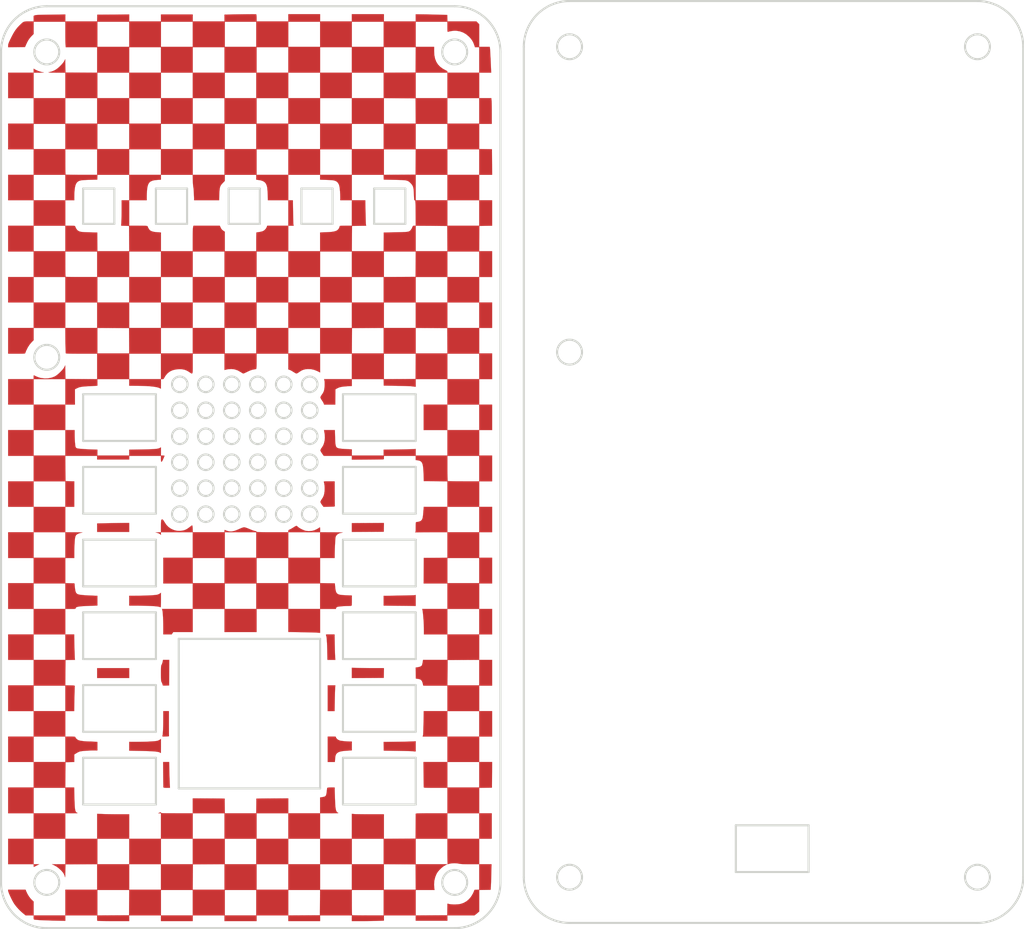
<source format=kicad_pcb>
(kicad_pcb (version 20171130) (host pcbnew 5.1.9)

  (general
    (thickness 1.6)
    (drawings 138)
    (tracks 0)
    (zones 0)
    (modules 1)
    (nets 1)
  )

  (page A4)
  (layers
    (0 F.Cu signal)
    (31 B.Cu signal)
    (32 B.Adhes user)
    (33 F.Adhes user)
    (34 B.Paste user)
    (35 F.Paste user)
    (36 B.SilkS user)
    (37 F.SilkS user)
    (38 B.Mask user)
    (39 F.Mask user)
    (40 Dwgs.User user)
    (41 Cmts.User user)
    (42 Eco1.User user)
    (43 Eco2.User user)
    (44 Edge.Cuts user)
    (45 Margin user)
    (46 B.CrtYd user)
    (47 F.CrtYd user)
    (48 B.Fab user)
    (49 F.Fab user)
  )

  (setup
    (last_trace_width 0.25)
    (trace_clearance 0.2)
    (zone_clearance 0.508)
    (zone_45_only no)
    (trace_min 0.2)
    (via_size 0.8)
    (via_drill 0.4)
    (via_min_size 0.4)
    (via_min_drill 0.3)
    (uvia_size 0.3)
    (uvia_drill 0.1)
    (uvias_allowed no)
    (uvia_min_size 0.2)
    (uvia_min_drill 0.1)
    (edge_width 0.05)
    (segment_width 0.2)
    (pcb_text_width 0.3)
    (pcb_text_size 1.5 1.5)
    (mod_edge_width 0.12)
    (mod_text_size 1 1)
    (mod_text_width 0.15)
    (pad_size 1.524 1.524)
    (pad_drill 0.762)
    (pad_to_mask_clearance 0)
    (aux_axis_origin 0 0)
    (visible_elements FFFFFF7F)
    (pcbplotparams
      (layerselection 0x010fc_ffffffff)
      (usegerberextensions false)
      (usegerberattributes true)
      (usegerberadvancedattributes true)
      (creategerberjobfile true)
      (excludeedgelayer true)
      (linewidth 0.100000)
      (plotframeref false)
      (viasonmask false)
      (mode 1)
      (useauxorigin false)
      (hpglpennumber 1)
      (hpglpenspeed 20)
      (hpglpendiameter 15.000000)
      (psnegative false)
      (psa4output false)
      (plotreference true)
      (plotvalue true)
      (plotinvisibletext false)
      (padsonsilk false)
      (subtractmaskfromsilk false)
      (outputformat 1)
      (mirror false)
      (drillshape 1)
      (scaleselection 1)
      (outputdirectory ""))
  )

  (net 0 "")

  (net_class Default "This is the default net class."
    (clearance 0.2)
    (trace_width 0.25)
    (via_dia 0.8)
    (via_drill 0.4)
    (uvia_dia 0.3)
    (uvia_drill 0.1)
  )

  (module local:case (layer F.Cu) (tedit 0) (tstamp 60888B3C)
    (at 59.25 70.5)
    (fp_text reference G*** (at 0 0) (layer F.SilkS) hide
      (effects (font (size 1.524 1.524) (thickness 0.3)))
    )
    (fp_text value LOGO (at 0.75 0) (layer F.Cu) hide
      (effects (font (size 1.524 1.524) (thickness 0.3)))
    )
    (fp_poly (pts (xy 23.220699 39.158334) (xy 23.213932 39.415229) (xy 23.206477 39.665185) (xy 23.198726 39.897271)
      (xy 23.19107 40.100559) (xy 23.183901 40.26412) (xy 23.17761 40.377024) (xy 23.176555 40.39173)
      (xy 23.156015 40.662281) (xy 22.057895 40.679699) (xy 22.057895 42.749063) (xy 21.941321 42.851537)
      (xy 21.841245 42.936369) (xy 21.736089 43.020993) (xy 21.710557 43.040656) (xy 21.596366 43.127302)
      (xy 20.299311 43.128188) (xy 19.002256 43.129073) (xy 19.002256 43.638346) (xy 15.946617 43.638346)
      (xy 15.946617 43.12969) (xy 18.986341 43.113158) (xy 18.995015 42.552529) (xy 19.003689 41.991899)
      (xy 19.185992 42.034801) (xy 19.351917 42.06092) (xy 19.557852 42.074157) (xy 19.781482 42.074604)
      (xy 20.000494 42.062349) (xy 20.192572 42.037483) (xy 20.227694 42.030605) (xy 20.534895 41.934222)
      (xy 20.814425 41.781717) (xy 21.06361 41.575513) (xy 21.279774 41.318035) (xy 21.460242 41.011706)
      (xy 21.533835 40.846964) (xy 21.608783 40.662281) (xy 22.057895 40.643577) (xy 22.057895 38.195489)
      (xy 23.244305 38.195489) (xy 23.220699 39.158334)) (layer F.Cu) (width 0.01))
    (fp_poly (pts (xy -21.518448 40.829386) (xy -21.411633 41.055504) (xy -21.278053 41.278501) (xy -21.130988 41.478265)
      (xy -20.990975 41.628119) (xy -20.816541 41.787542) (xy -20.816541 43.129073) (xy -21.576281 43.129073)
      (xy -21.80913 42.943604) (xy -22.02798 42.753762) (xy -22.249988 42.533581) (xy -22.457519 42.301943)
      (xy -22.632938 42.077731) (xy -22.676712 42.014669) (xy -22.753985 41.889867) (xy -22.840586 41.734352)
      (xy -22.931237 41.559438) (xy -23.020659 41.376444) (xy -23.103576 41.196685) (xy -23.174708 41.031478)
      (xy -23.228778 40.89214) (xy -23.260507 40.789987) (xy -23.26665 40.749812) (xy -23.267418 40.646366)
      (xy -21.592165 40.646366) (xy -21.518448 40.829386)) (layer F.Cu) (width 0.01))
    (fp_poly (pts (xy 22.057895 38.195489) (xy 21.184134 38.195489) (xy 20.897967 38.194628) (xy 20.667783 38.191814)
      (xy 20.485926 38.186702) (xy 20.344741 38.178945) (xy 20.236572 38.168199) (xy 20.153764 38.154116)
      (xy 20.127071 38.147745) (xy 20.004136 38.124655) (xy 19.848539 38.107704) (xy 19.691211 38.100129)
      (xy 19.670677 38.1) (xy 19.515591 38.105995) (xy 19.357878 38.12182) (xy 19.228468 38.144241)
      (xy 19.214282 38.147745) (xy 19.114315 38.173203) (xy 19.04204 38.190523) (xy 19.016618 38.195489)
      (xy 19.013427 38.164804) (xy 19.010482 38.077328) (xy 19.007865 37.939929) (xy 19.005655 37.759474)
      (xy 19.003932 37.542831) (xy 19.002778 37.296869) (xy 19.002272 37.028454) (xy 19.002256 36.97005)
      (xy 19.002256 35.744612) (xy 22.057895 35.744612) (xy 22.057895 38.195489)) (layer F.Cu) (width 0.01))
    (fp_poly (pts (xy 23.267419 35.744612) (xy 22.057895 35.744612) (xy 22.057895 33.293735) (xy 23.267419 33.293735)
      (xy 23.267419 35.744612)) (layer F.Cu) (width 0.01))
    (fp_poly (pts (xy 23.299248 -13.43208) (xy 22.057895 -13.43208) (xy 22.057895 -15.882957) (xy 23.299248 -15.882957)
      (xy 23.299248 -13.43208)) (layer F.Cu) (width 0.01))
    (fp_poly (pts (xy -20.816541 -35.553634) (xy -23.267418 -35.553634) (xy -23.267418 -38.004511) (xy -20.816541 -38.004511)
      (xy -20.816541 -35.553634)) (layer F.Cu) (width 0.01))
    (fp_poly (pts (xy -20.617606 -38.280222) (xy -20.329991 -38.146444) (xy -20.036914 -38.062339) (xy -19.908261 -38.039929)
      (xy -19.850171 -38.029974) (xy -19.833742 -38.022413) (xy -19.863394 -38.016859) (xy -19.94355 -38.012923)
      (xy -20.07863 -38.010217) (xy -20.267481 -38.008392) (xy -20.816541 -38.004511) (xy -20.816541 -38.389581)
      (xy -20.617606 -38.280222)) (layer F.Cu) (width 0.01))
    (fp_poly (pts (xy -20.816541 -12.243405) (xy -20.985351 -12.07859) (xy -21.192785 -11.839649) (xy -21.380061 -11.551158)
      (xy -21.539532 -11.225985) (xy -21.623299 -11.005075) (xy -21.633425 -10.987986) (xy -21.655746 -10.974777)
      (xy -21.697629 -10.964955) (xy -21.766436 -10.958025) (xy -21.869534 -10.953496) (xy -22.014286 -10.950873)
      (xy -22.208056 -10.949663) (xy -22.454765 -10.949373) (xy -23.267418 -10.949373) (xy -23.267418 -13.43208)
      (xy -20.816541 -13.43208) (xy -20.816541 -12.243405)) (layer F.Cu) (width 0.01))
    (fp_poly (pts (xy -20.816541 38.195489) (xy -20.271823 38.195489) (xy -20.536225 38.330979) (xy -20.800627 38.46647)
      (xy -20.810328 38.330979) (xy -20.820029 38.195489) (xy -23.267418 38.195489) (xy -23.267418 35.744612)
      (xy -20.816541 35.744612) (xy -20.816541 38.195489)) (layer F.Cu) (width 0.01))
    (fp_poly (pts (xy -17.760902 43.648258) (xy -18.819236 43.625814) (xy -19.183173 43.616959) (xy -19.523709 43.606445)
      (xy -19.835158 43.594569) (xy -20.111832 43.581629) (xy -20.348046 43.567924) (xy -20.538113 43.553752)
      (xy -20.676347 43.539409) (xy -20.757061 43.525195) (xy -20.76084 43.52408) (xy -20.793224 43.501291)
      (xy -20.810379 43.448731) (xy -20.816332 43.351498) (xy -20.816541 43.317906) (xy -20.816541 43.129073)
      (xy -17.760902 43.129073) (xy -17.760902 43.648258)) (layer F.Cu) (width 0.01))
    (fp_poly (pts (xy 23.299248 -25.718295) (xy 23.299248 -23.268793) (xy 22.07381 -23.251503) (xy 22.057138 -20.816541)
      (xy 23.299248 -20.816541) (xy 23.299248 -18.333834) (xy 22.057895 -18.333834) (xy 22.057895 -15.882957)
      (xy 19.002256 -15.882957) (xy 19.002256 -13.43208) (xy 22.057895 -13.43208) (xy 22.057895 -10.981203)
      (xy 23.299248 -10.981203) (xy 23.299248 -8.498496) (xy 22.057895 -8.498496) (xy 22.057895 -6.047619)
      (xy 23.299248 -6.047619) (xy 23.299248 -3.596741) (xy 22.057895 -3.596741) (xy 22.057895 -1.145864)
      (xy 23.299248 -1.145864) (xy 23.299248 1.336842) (xy 22.057895 1.336842) (xy 22.057895 3.78772)
      (xy 23.299248 3.78772) (xy 23.299248 6.238597) (xy 22.057895 6.238597) (xy 22.057895 8.689474)
      (xy 23.299248 8.689474) (xy 23.299248 11.172181) (xy 22.057895 11.172181) (xy 22.057895 13.623058)
      (xy 23.299248 13.623058) (xy 23.299248 16.073935) (xy 22.057895 16.073935) (xy 22.057895 18.524195)
      (xy 20.538033 18.532461) (xy 19.01817 18.540727) (xy 19.009835 19.758208) (xy 19.001499 20.97569)
      (xy 22.057895 20.97569) (xy 22.057895 18.524812) (xy 23.299248 18.524812) (xy 23.299248 21.007519)
      (xy 22.057895 21.007519) (xy 22.057895 23.458396) (xy 23.299248 23.458396) (xy 23.299248 25.909274)
      (xy 22.057895 25.909274) (xy 22.057895 28.360151) (xy 23.299996 28.360151) (xy 23.291665 29.593547)
      (xy 23.283333 30.826943) (xy 22.670614 30.835587) (xy 22.057895 30.844232) (xy 22.057895 33.293735)
      (xy 19.002256 33.293735) (xy 19.002256 35.744612) (xy 15.946617 35.744612) (xy 15.946617 38.195489)
      (xy 18.986341 38.197335) (xy 18.763534 38.314181) (xy 18.585909 38.427223) (xy 18.400322 38.579142)
      (xy 18.22334 38.753627) (xy 18.071529 38.934366) (xy 17.962722 39.102632) (xy 17.822954 39.435156)
      (xy 17.738699 39.791956) (xy 17.71146 40.163613) (xy 17.738126 40.511091) (xy 17.763095 40.678196)
      (xy 15.946617 40.678196) (xy 15.946617 43.129073) (xy 12.890977 43.129073) (xy 12.890977 43.6283)
      (xy 12.312943 43.649238) (xy 12.123617 43.654824) (xy 11.885952 43.659848) (xy 11.615268 43.664103)
      (xy 11.326885 43.667381) (xy 11.036122 43.669474) (xy 10.769208 43.670176) (xy 9.803509 43.670176)
      (xy 9.803509 43.129073) (xy 6.74787 43.129073) (xy 6.74787 43.670176) (xy 3.692231 43.670176)
      (xy 3.692231 43.12969) (xy 6.731955 43.113158) (xy 6.740291 41.895677) (xy 6.748626 40.678196)
      (xy 9.803509 40.678196) (xy 9.803509 41.882415) (xy 9.804051 42.153266) (xy 9.805597 42.403949)
      (xy 9.808024 42.627373) (xy 9.811208 42.816446) (xy 9.815027 42.964077) (xy 9.819359 43.063174)
      (xy 9.824079 43.106644) (xy 9.824729 43.107853) (xy 9.859893 43.112126) (xy 9.952406 43.11611)
      (xy 10.095956 43.11972) (xy 10.284232 43.122867) (xy 10.510925 43.125463) (xy 10.769723 43.127421)
      (xy 11.054315 43.128654) (xy 11.352548 43.129073) (xy 12.859148 43.129073) (xy 12.859148 40.678196)
      (xy 9.803509 40.678196) (xy 6.748626 40.678196) (xy 3.692231 40.678196) (xy 3.692231 43.129073)
      (xy 0.636592 43.129073) (xy 0.636592 43.670176) (xy -2.450877 43.670176) (xy -2.450877 43.129073)
      (xy -5.506516 43.129073) (xy -5.506516 43.670176) (xy -8.562155 43.670176) (xy -8.562155 43.129073)
      (xy -11.617794 43.129073) (xy -11.617794 43.670176) (xy -13.140309 43.670176) (xy -13.445715 43.669745)
      (xy -13.731544 43.668511) (xy -13.991519 43.666559) (xy -14.219365 43.663976) (xy -14.408805 43.660848)
      (xy -14.553562 43.657262) (xy -14.647361 43.653303) (xy -14.683924 43.649058) (xy -14.684043 43.648956)
      (xy -14.694077 43.609096) (xy -14.70155 43.522586) (xy -14.70513 43.406422) (xy -14.705263 43.378405)
      (xy -14.705263 43.129073) (xy -17.760902 43.129073) (xy -17.760902 40.678196) (xy -14.673434 40.678196)
      (xy -14.673434 43.12969) (xy -13.153571 43.121424) (xy -11.633709 43.113158) (xy -11.625374 41.895677)
      (xy -11.617038 40.678196) (xy -8.562155 40.678196) (xy -8.562155 43.129073) (xy -5.506516 43.129073)
      (xy -5.506516 40.678196) (xy -2.419048 40.678196) (xy -2.419048 43.129073) (xy 0.604762 43.129073)
      (xy 0.604762 40.678196) (xy -2.419048 40.678196) (xy -5.506516 40.678196) (xy -8.562155 40.678196)
      (xy -11.617038 40.678196) (xy -14.673434 40.678196) (xy -17.760902 40.678196) (xy -17.760902 40.646366)
      (xy -14.705263 40.646366) (xy -14.705263 38.194872) (xy -17.744987 38.211404) (xy -17.760902 38.89574)
      (xy -17.767362 39.13057) (xy -17.774351 39.301954) (xy -17.781884 39.410099) (xy -17.789977 39.455217)
      (xy -17.798645 39.437517) (xy -17.800053 39.429082) (xy -17.854195 39.232375) (xy -17.957809 39.040871)
      (xy -18.116013 38.845984) (xy -18.196075 38.764822) (xy -18.418756 38.565359) (xy -18.631061 38.411259)
      (xy -18.849988 38.290411) (xy -18.883999 38.274608) (xy -19.05 38.199156) (xy -18.405451 38.197323)
      (xy -17.760902 38.195489) (xy -17.760902 35.744612) (xy -20.816541 35.744612) (xy -20.816541 33.293735)
      (xy -23.267418 33.293735) (xy -23.267418 30.842858) (xy -20.816541 30.842858) (xy -20.816541 33.293735)
      (xy -17.760902 33.293735) (xy -17.760902 30.842858) (xy -20.816541 30.842858) (xy -23.267418 30.842858)
      (xy -23.267418 30.811028) (xy -20.816541 30.811028) (xy -17.761659 30.811028) (xy -16.911756 30.811028)
      (xy -16.890592 31.742043) (xy -16.881778 32.085452) (xy -16.87166 32.370893) (xy -16.859198 32.604061)
      (xy -16.843352 32.790645) (xy -16.823081 32.936338) (xy -16.797346 33.046832) (xy -16.765106 33.12782)
      (xy -16.725323 33.184992) (xy -16.676955 33.22404) (xy -16.618962 33.250657) (xy -16.614664 33.252151)
      (xy -16.58493 33.265175) (xy -16.586069 33.275001) (xy -16.624044 33.282088) (xy -16.704821 33.286894)
      (xy -16.834364 33.289878) (xy -17.018637 33.291499) (xy -17.132268 33.291938) (xy -17.760902 33.293735)
      (xy -17.760902 35.744612) (xy -14.705263 35.744612) (xy -14.705263 33.347348) (xy -14.127228 33.368286)
      (xy -13.937902 33.373872) (xy -13.700238 33.378896) (xy -13.429554 33.383151) (xy -13.141171 33.386429)
      (xy -12.850408 33.388522) (xy -12.583494 33.389223) (xy -11.617794 33.389223) (xy -11.617794 35.744612)
      (xy -14.673434 35.744612) (xy -14.673434 38.195489) (xy -11.617794 38.195489) (xy -11.617794 40.646366)
      (xy -8.562155 40.646366) (xy -5.507273 40.646366) (xy -2.450877 40.646366) (xy -2.450877 38.194872)
      (xy -5.490601 38.211404) (xy -5.507273 40.646366) (xy -8.562155 40.646366) (xy -8.562155 38.195489)
      (xy -5.506516 38.195489) (xy -5.506516 35.744612) (xy -2.450877 35.744612) (xy -2.419048 35.744612)
      (xy -2.419048 38.195489) (xy 0.604762 38.195489) (xy 0.636592 38.195489) (xy 0.636592 40.646366)
      (xy 3.692231 40.646366) (xy 3.692231 38.195489) (xy 0.636592 38.195489) (xy 0.604762 38.195489)
      (xy 0.604762 35.744612) (xy -2.419048 35.744612) (xy -2.450877 35.744612) (xy -2.450877 33.293735)
      (xy -5.506516 33.293735) (xy -5.506516 31.860792) (xy -3.970739 31.869056) (xy -2.434962 31.877319)
      (xy -2.41783 33.293735) (xy 0.603544 33.293735) (xy 0.61211 32.585527) (xy 0.620677 31.877319)
      (xy 2.156454 31.869056) (xy 3.692231 31.860792) (xy 3.692231 33.293735) (xy 0.636592 33.293735)
      (xy 0.636592 35.744612) (xy 3.692231 35.744612) (xy 3.692231 38.195489) (xy 6.74787 38.195489)
      (xy 6.74787 40.646366) (xy 9.803509 40.646366) (xy 12.890977 40.646366) (xy 15.947373 40.646366)
      (xy 15.939037 39.428885) (xy 15.930702 38.211404) (xy 14.41084 38.203138) (xy 12.890977 38.194872)
      (xy 12.890977 40.646366) (xy 9.803509 40.646366) (xy 9.803509 38.195489) (xy 12.859148 38.195489)
      (xy 12.859148 35.744612) (xy 9.803509 35.744612) (xy 9.803509 33.348188) (xy 10.018358 33.36848)
      (xy 10.09693 33.372897) (xy 10.231067 33.376994) (xy 10.412676 33.380664) (xy 10.633663 33.383797)
      (xy 10.885935 33.386288) (xy 11.161398 33.388028) (xy 11.451958 33.38891) (xy 11.562093 33.388997)
      (xy 12.890977 33.389223) (xy 12.890977 35.745229) (xy 14.41084 35.736963) (xy 15.930702 35.728697)
      (xy 15.939038 34.531034) (xy 15.947374 33.33337) (xy 16.046463 33.313552) (xy 16.098301 33.309433)
      (xy 16.206836 33.305604) (xy 16.365103 33.302154) (xy 16.56614 33.299175) (xy 16.802984 33.296757)
      (xy 17.068672 33.29499) (xy 17.356242 33.293964) (xy 17.573904 33.293735) (xy 19.002256 33.293735)
      (xy 19.002256 30.842858) (xy 17.871307 30.842858) (xy 17.557917 30.842366) (xy 17.303177 30.840777)
      (xy 17.102081 30.837915) (xy 16.949628 30.833607) (xy 16.840812 30.827679) (xy 16.770631 30.819957)
      (xy 16.734081 30.810268) (xy 16.726068 30.803071) (xy 16.722631 30.763219) (xy 16.719039 30.666954)
      (xy 16.715425 30.52152) (xy 16.711923 30.334163) (xy 16.708667 30.112128) (xy 16.705789 29.862659)
      (xy 16.703423 29.593002) (xy 16.703195 29.561699) (xy 16.694612 28.360114) (xy 17.848434 28.360132)
      (xy 19.002256 28.360151) (xy 19.002256 30.811028) (xy 22.057895 30.811028) (xy 22.057895 28.360151)
      (xy 19.002256 28.360151) (xy 19.002256 25.909274) (xy 22.057895 25.909274) (xy 22.057895 23.458396)
      (xy 19.002256 23.458396) (xy 19.002256 21.007519) (xy 16.67991 21.007519) (xy 16.660197 20.919988)
      (xy 16.609375 20.722711) (xy 16.553212 20.579026) (xy 16.482524 20.478981) (xy 16.388129 20.412626)
      (xy 16.260845 20.370008) (xy 16.131125 20.346599) (xy 15.962531 20.322365) (xy 15.953818 19.79272)
      (xy 15.945105 19.263074) (xy 16.112966 19.240286) (xy 16.305169 19.201216) (xy 16.446872 19.144111)
      (xy 16.532908 19.071274) (xy 16.546971 19.046963) (xy 16.57054 18.97532) (xy 16.597028 18.8651)
      (xy 16.619617 18.746308) (xy 16.656197 18.524812) (xy 19.002256 18.524812) (xy 19.002256 16.073935)
      (xy 22.057895 16.073935) (xy 22.057895 13.623058) (xy 19.002256 13.623058) (xy 19.002256 11.172181)
      (xy 16.709779 11.172181) (xy 16.726333 8.721304) (xy 19.002256 8.721304) (xy 19.002256 11.140351)
      (xy 22.057895 11.140351) (xy 22.057895 8.721304) (xy 19.002256 8.721304) (xy 16.726333 8.721304)
      (xy 16.726441 8.705389) (xy 17.864348 8.697029) (xy 19.002256 8.68867) (xy 19.002256 6.238597)
      (xy 22.057895 6.238597) (xy 22.057895 3.78772) (xy 19.002256 3.78772) (xy 19.002256 1.337647)
      (xy 17.864348 1.329287) (xy 16.726441 1.320928) (xy 16.706489 0.668421) (xy 16.693467 0.341899)
      (xy 16.674532 0.073103) (xy 16.647099 -0.143811) (xy 16.608585 -0.314689) (xy 16.556403 -0.445375)
      (xy 16.487971 -0.541716) (xy 16.400703 -0.609555) (xy 16.292015 -0.654739) (xy 16.159323 -0.683113)
      (xy 16.105747 -0.690271) (xy 15.946617 -0.709117) (xy 15.946617 -1.114035) (xy 19.002256 -1.114035)
      (xy 19.002256 0.090184) (xy 19.002798 0.361035) (xy 19.004344 0.611718) (xy 19.006771 0.835143)
      (xy 19.009955 1.024216) (xy 19.013774 1.171847) (xy 19.018106 1.270943) (xy 19.022826 1.314414)
      (xy 19.023475 1.315623) (xy 19.05864 1.319895) (xy 19.151152 1.32388) (xy 19.294702 1.327489)
      (xy 19.482979 1.330636) (xy 19.709672 1.333233) (xy 19.96847 1.335191) (xy 20.253062 1.336423)
      (xy 20.551295 1.336842) (xy 22.057895 1.336842) (xy 22.057895 -1.114035) (xy 19.002256 -1.114035)
      (xy 15.946617 -1.114035) (xy 12.890977 -1.114035) (xy 12.890977 -0.953888) (xy 12.883143 -0.84648)
      (xy 12.861291 -0.787387) (xy 12.851191 -0.780248) (xy 12.812187 -0.777332) (xy 12.715945 -0.774239)
      (xy 12.568884 -0.771066) (xy 12.377424 -0.767905) (xy 12.147985 -0.764854) (xy 11.886986 -0.762006)
      (xy 11.600847 -0.759458) (xy 11.307447 -0.757375) (xy 9.80349 -0.747995) (xy 9.8035 -0.931015)
      (xy 9.803509 -1.114035) (xy 7.102334 -1.114035) (xy 6.941016 -1.343004) (xy 6.867967 -1.453189)
      (xy 6.812162 -1.549741) (xy 6.782373 -1.616967) (xy 6.779699 -1.631562) (xy 6.798161 -1.718145)
      (xy 6.856866 -1.827115) (xy 6.941728 -1.944006) (xy 7.051368 -2.126166) (xy 7.135318 -2.352302)
      (xy 7.19036 -2.60683) (xy 7.213278 -2.874166) (xy 7.200852 -3.138724) (xy 7.195988 -3.175491)
      (xy 7.176296 -3.306571) (xy 7.157274 -3.42361) (xy 7.142705 -3.503434) (xy 7.141479 -3.50921)
      (xy 7.122403 -3.596741) (xy 8.171272 -3.596741) (xy 8.189037 -2.920363) (xy 8.19807 -2.645375)
      (xy 8.210021 -2.426548) (xy 8.226246 -2.256404) (xy 8.248099 -2.127464) (xy 8.276937 -2.032249)
      (xy 8.314115 -1.963282) (xy 8.360989 -1.913083) (xy 8.373379 -1.903335) (xy 8.442136 -1.866968)
      (xy 8.546139 -1.836644) (xy 8.691441 -1.811475) (xy 8.884096 -1.790573) (xy 9.130155 -1.773051)
      (xy 9.334023 -1.762478) (xy 9.803509 -1.740838) (xy 9.803509 -1.145864) (xy 12.859148 -1.145864)
      (xy 12.859148 -1.708967) (xy 14.299436 -1.73044) (xy 14.599916 -1.735297) (xy 14.883711 -1.740605)
      (xy 15.143868 -1.746183) (xy 15.373431 -1.75185) (xy 15.565445 -1.757423) (xy 15.712956 -1.762721)
      (xy 15.809008 -1.767562) (xy 15.84317 -1.770797) (xy 15.946617 -1.789681) (xy 15.946617 -1.145864)
      (xy 19.002256 -1.145864) (xy 19.002256 -3.596741) (xy 22.057895 -3.596741) (xy 22.057895 -6.047619)
      (xy 19.002256 -6.047619) (xy 19.002256 -8.498496) (xy 15.946617 -8.498496) (xy 15.946617 -7.76082)
      (xy 15.827256 -7.777909) (xy 15.711459 -7.793471) (xy 15.595516 -7.806513) (xy 15.471531 -7.817403)
      (xy 15.331608 -7.826509) (xy 15.16785 -7.834198) (xy 14.972362 -7.84084) (xy 14.737248 -7.846802)
      (xy 14.454611 -7.852453) (xy 14.116555 -7.85816) (xy 14.100501 -7.858415) (xy 12.875063 -7.877819)
      (xy 12.865953 -8.188158) (xy 12.856843 -8.498496) (xy 9.803509 -8.498496) (xy 9.803509 -10.949373)
      (xy 12.890977 -10.949373) (xy 12.890977 -8.497879) (xy 14.41084 -8.506145) (xy 15.930702 -8.514411)
      (xy 15.939037 -9.731892) (xy 15.947373 -10.949373) (xy 19.002256 -10.949373) (xy 19.002256 -8.498496)
      (xy 22.057895 -8.498496) (xy 22.057895 -10.949373) (xy 19.002256 -10.949373) (xy 15.947373 -10.949373)
      (xy 12.890977 -10.949373) (xy 9.803509 -10.949373) (xy 6.74787 -10.949373) (xy 6.74787 -9.141927)
      (xy 6.501191 -9.26682) (xy 6.182957 -9.396053) (xy 5.859182 -9.465837) (xy 5.538346 -9.474519)
      (xy 5.295585 -9.444638) (xy 5.091272 -9.387709) (xy 4.903156 -9.295862) (xy 4.758655 -9.198845)
      (xy 4.651057 -9.125125) (xy 4.555241 -9.069569) (xy 4.487788 -9.041493) (xy 4.475662 -9.039821)
      (xy 4.419755 -9.057223) (xy 4.32875 -9.103442) (xy 4.219011 -9.169823) (xy 4.176572 -9.198009)
      (xy 4.053906 -9.276004) (xy 3.933838 -9.342972) (xy 3.837793 -9.387199) (xy 3.81849 -9.393802)
      (xy 3.692231 -9.43163) (xy 3.692231 -10.949373) (xy 0.636592 -10.949373) (xy 0.636592 -10.216294)
      (xy 0.635756 -9.967892) (xy 0.633036 -9.777183) (xy 0.628114 -9.638217) (xy 0.620673 -9.545047)
      (xy 0.610393 -9.491725) (xy 0.596957 -9.472302) (xy 0.596805 -9.472259) (xy 0.546951 -9.462197)
      (xy 0.453971 -9.44622) (xy 0.33771 -9.427732) (xy 0.334211 -9.427196) (xy 0.189052 -9.395548)
      (xy 0.030581 -9.340701) (xy -0.157312 -9.256729) (xy -0.238995 -9.216344) (xy -0.377776 -9.14822)
      (xy -0.498748 -9.09232) (xy -0.589155 -9.054304) (xy -0.636238 -9.039832) (xy -0.636865 -9.039821)
      (xy -0.683339 -9.057005) (xy -0.766655 -9.102685) (xy -0.871835 -9.168379) (xy -0.916269 -9.198083)
      (xy -1.189995 -9.350207) (xy -1.479814 -9.443374) (xy -1.788886 -9.478037) (xy -2.120376 -9.454647)
      (xy -2.363346 -9.405019) (xy -2.450877 -9.382823) (xy -2.450877 -10.949373) (xy -5.506516 -10.949373)
      (xy -5.506516 -9.994486) (xy -5.506242 -9.707667) (xy -5.506841 -9.479435) (xy -5.51045 -9.304731)
      (xy -5.519203 -9.178496) (xy -5.535236 -9.095668) (xy -5.560682 -9.051191) (xy -5.597678 -9.040002)
      (xy -5.648358 -9.057044) (xy -5.714858 -9.097257) (xy -5.799312 -9.155581) (xy -5.846672 -9.188399)
      (xy -6.062368 -9.317855) (xy -6.274505 -9.402402) (xy -6.504206 -9.448458) (xy -6.74787 -9.462345)
      (xy -7.099414 -9.440652) (xy -7.410763 -9.369648) (xy -7.682092 -9.249239) (xy -7.913578 -9.079331)
      (xy -8.105398 -8.859833) (xy -8.2066 -8.694843) (xy -8.263503 -8.591805) (xy -8.306055 -8.533065)
      (xy -8.348813 -8.506201) (xy -8.406332 -8.498793) (xy -8.436704 -8.498496) (xy -8.562155 -8.498496)
      (xy -8.562155 -10.949373) (xy -11.617794 -10.949373) (xy -11.617794 -8.498496) (xy -14.673434 -8.498496)
      (xy -14.673434 -7.867845) (xy -14.967857 -7.849778) (xy -15.127366 -7.840453) (xy -15.321637 -7.829783)
      (xy -15.521838 -7.819322) (xy -15.644236 -7.813241) (xy -15.906107 -7.79747) (xy -16.116673 -7.77685)
      (xy -16.28823 -7.749117) (xy -16.433081 -7.712009) (xy -16.563524 -7.663262) (xy -16.631893 -7.631505)
      (xy -16.837845 -7.529945) (xy -16.837845 -6.047619) (xy -17.760902 -6.047619) (xy -17.760902 -3.596741)
      (xy -16.869674 -3.596741) (xy -16.869402 -3.175) (xy -16.866348 -2.956967) (xy -16.858075 -2.733428)
      (xy -16.84551 -2.516292) (xy -16.829581 -2.317469) (xy -16.811213 -2.148868) (xy -16.791333 -2.022401)
      (xy -16.774811 -1.959163) (xy -16.722226 -1.885419) (xy -16.662732 -1.846096) (xy -16.58073 -1.826384)
      (xy -16.442072 -1.806671) (xy -16.253758 -1.787528) (xy -16.022789 -1.769528) (xy -15.756164 -1.753246)
      (xy -15.460884 -1.739254) (xy -15.270238 -1.732107) (xy -14.673434 -1.711895) (xy -14.673434 -1.145864)
      (xy -11.617794 -1.145864) (xy -11.617794 -1.709426) (xy -10.432143 -1.728744) (xy -10.056014 -1.735805)
      (xy -9.738005 -1.74404) (xy -9.472582 -1.75392) (xy -9.254211 -1.765916) (xy -9.077356 -1.780499)
      (xy -8.936484 -1.798139) (xy -8.826058 -1.819309) (xy -8.740546 -1.844479) (xy -8.674411 -1.874121)
      (xy -8.665601 -1.879109) (xy -8.562155 -1.939457) (xy -8.562155 -1.145864) (xy -8.383687 -1.145864)
      (xy -8.277942 -1.141693) (xy -8.227427 -1.127871) (xy -8.222375 -1.106077) (xy -8.241971 -1.059908)
      (xy -8.279341 -0.971312) (xy -8.327626 -0.856562) (xy -8.346417 -0.811844) (xy -8.409744 -0.675231)
      (xy -8.46474 -0.584471) (xy -8.506805 -0.547116) (xy -8.507729 -0.546916) (xy -8.533609 -0.548658)
      (xy -8.549771 -0.573534) (xy -8.558423 -0.632838) (xy -8.561772 -0.737861) (xy -8.562155 -0.825235)
      (xy -8.562155 -1.114035) (xy -11.617794 -1.114035) (xy -11.617794 -0.763909) (xy -14.705263 -0.763909)
      (xy -14.705263 -1.114035) (xy -17.761659 -1.114035) (xy -17.753323 0.103446) (xy -17.744987 1.320928)
      (xy -17.323246 1.329809) (xy -16.901504 1.33869) (xy -16.901504 3.78772) (xy -17.760902 3.78772)
      (xy -17.760902 6.238597) (xy -16.861717 6.242526) (xy -16.599259 6.244141) (xy -16.397073 6.246528)
      (xy -16.251773 6.249846) (xy -16.159977 6.254256) (xy -16.118298 6.259918) (xy -16.123353 6.266992)
      (xy -16.169424 6.275316) (xy -16.313408 6.305406) (xy -16.463082 6.352011) (xy -16.547027 6.386896)
      (xy -16.642208 6.440271) (xy -16.715112 6.502486) (xy -16.769429 6.583015) (xy -16.808848 6.691333)
      (xy -16.837058 6.836913) (xy -16.857748 7.029229) (xy -16.871128 7.219236) (xy -16.881851 7.430636)
      (xy -16.890883 7.677515) (xy -16.89738 7.931701) (xy -16.900497 8.165019) (xy -16.900637 8.204073)
      (xy -16.901504 8.721304) (xy -17.760902 8.721304) (xy -17.760902 11.138555) (xy -17.323921 11.14741)
      (xy -16.88694 11.156266) (xy -16.850201 11.527957) (xy -16.822849 11.749686) (xy -16.788086 11.91719)
      (xy -16.742139 12.039797) (xy -16.681238 12.126838) (xy -16.60161 12.187641) (xy -16.578614 12.199699)
      (xy -16.483491 12.23123) (xy -16.333369 12.259239) (xy -16.126475 12.283901) (xy -15.861039 12.305396)
      (xy -15.53529 12.323901) (xy -15.206579 12.337523) (xy -14.673434 12.356652) (xy -14.673434 13.297376)
      (xy -15.317982 13.318849) (xy -15.672153 13.332163) (xy -15.967337 13.346955) (xy -16.208202 13.363998)
      (xy -16.399418 13.384065) (xy -16.545652 13.40793) (xy -16.651573 13.436366) (xy -16.721849 13.470148)
      (xy -16.761148 13.510048) (xy -16.77414 13.55684) (xy -16.774185 13.560133) (xy -16.777382 13.583987)
      (xy -16.793173 13.600909) (xy -16.830855 13.612083) (xy -16.899728 13.618697) (xy -17.009091 13.621935)
      (xy -17.168243 13.622984) (xy -17.267544 13.623058) (xy -17.760902 13.623058) (xy -17.760902 16.073935)
      (xy -16.911615 16.073935) (xy -16.889481 17.195928) (xy -16.883792 17.461447) (xy -16.877598 17.71039)
      (xy -16.871165 17.934681) (xy -16.86476 18.126241) (xy -16.858649 18.276996) (xy -16.853099 18.378867)
      (xy -16.849115 18.420471) (xy -16.830882 18.523022) (xy -17.287935 18.531875) (xy -17.744987 18.540727)
      (xy -17.761657 20.973937) (xy -17.307708 20.982771) (xy -17.129596 20.986694) (xy -17.005618 20.991386)
      (xy -16.926256 20.998393) (xy -16.881991 21.009261) (xy -16.863302 21.025535) (xy -16.860671 21.048762)
      (xy -16.861338 21.055264) (xy -16.863638 21.100833) (xy -16.866846 21.202506) (xy -16.870787 21.352734)
      (xy -16.875282 21.543972) (xy -16.880154 21.768672) (xy -16.885226 22.019288) (xy -16.89032 22.288273)
      (xy -16.890328 22.28866) (xy -16.911739 23.458396) (xy -17.760902 23.458396) (xy -17.760902 25.909274)
      (xy -17.283459 25.909274) (xy -17.095972 25.910189) (xy -16.963405 25.913502) (xy -16.877038 25.920065)
      (xy -16.82815 25.93073) (xy -16.808022 25.946349) (xy -16.806015 25.95591) (xy -16.779648 26.027188)
      (xy -16.711027 26.110262) (xy -16.615872 26.190631) (xy -16.509903 26.253795) (xy -16.462363 26.272913)
      (xy -16.325302 26.307056) (xy -16.1401 26.337104) (xy -15.922228 26.361397) (xy -15.687155 26.378273)
      (xy -15.450355 26.386071) (xy -15.405514 26.386392) (xy -15.240348 26.389089) (xy -15.068871 26.395569)
      (xy -14.921681 26.404585) (xy -14.888283 26.407461) (xy -14.673434 26.427752) (xy -14.673434 27.246116)
      (xy -15.063346 27.246838) (xy -15.285751 27.250243) (xy -15.518817 27.259024) (xy -15.749513 27.272218)
      (xy -15.964806 27.288856) (xy -16.151667 27.307975) (xy -16.297062 27.328607) (xy -16.367436 27.343499)
      (xy -16.460888 27.378765) (xy -16.580606 27.43747) (xy -16.699358 27.50611) (xy -16.901504 27.633777)
      (xy -16.901504 28.358303) (xy -17.323246 28.367184) (xy -17.744987 28.376066) (xy -17.761659 30.811028)
      (xy -20.816541 30.811028) (xy -20.816541 28.360151) (xy -23.267418 28.360151) (xy -23.267418 25.909274)
      (xy -20.816541 25.909274) (xy -20.816541 28.360151) (xy -17.760902 28.360151) (xy -17.760902 25.909274)
      (xy -20.816541 25.909274) (xy -20.816541 23.458396) (xy -23.267418 23.458396) (xy -23.267418 21.007519)
      (xy -20.816541 21.007519) (xy -20.816541 23.458396) (xy -17.760902 23.458396) (xy -17.760902 21.007519)
      (xy -20.816541 21.007519) (xy -23.267418 21.007519) (xy -23.267418 20.97569) (xy -20.816541 20.97569)
      (xy -20.816541 18.524812) (xy -23.267418 18.524812) (xy -23.267418 16.073935) (xy -20.816541 16.073935)
      (xy -20.816541 18.524812) (xy -17.760902 18.524812) (xy -17.760902 16.073935) (xy -20.816541 16.073935)
      (xy -20.816541 13.623058) (xy -23.267418 13.623058) (xy -23.267418 11.172181) (xy -20.816541 11.172181)
      (xy -20.816541 13.623058) (xy -17.760902 13.623058) (xy -17.760902 11.172181) (xy -20.816541 11.172181)
      (xy -23.267418 11.172181) (xy -23.267418 11.140351) (xy -20.816541 11.140351) (xy -20.816541 8.721304)
      (xy -23.267418 8.721304) (xy -23.267418 8.689474) (xy -20.816541 8.689474) (xy -17.760902 8.689474)
      (xy -17.760902 6.238597) (xy -20.816541 6.238597) (xy -20.816541 8.689474) (xy -23.267418 8.689474)
      (xy -23.267418 6.238597) (xy -20.816541 6.238597) (xy -20.816541 3.78772) (xy -23.267418 3.78772)
      (xy -23.267418 1.336842) (xy -20.816541 1.336842) (xy -20.816541 3.78772) (xy -17.760902 3.78772)
      (xy -17.760902 1.336842) (xy -20.816541 1.336842) (xy -20.816541 -1.114035) (xy -23.267418 -1.114035)
      (xy -23.267418 -3.596741) (xy -20.816541 -3.596741) (xy -20.816541 -1.145864) (xy -17.760902 -1.145864)
      (xy -17.760902 -3.596741) (xy -20.816541 -3.596741) (xy -20.816541 -6.047619) (xy -23.267418 -6.047619)
      (xy -23.267418 -8.498496) (xy -20.816541 -8.498496) (xy -20.816541 -6.047619) (xy -17.760902 -6.047619)
      (xy -17.760902 -8.498496) (xy -20.816541 -8.498496) (xy -20.816541 -8.692126) (xy -20.81302 -8.791259)
      (xy -20.803845 -8.856677) (xy -20.792669 -8.873717) (xy -20.572563 -8.767816) (xy -20.38843 -8.69158)
      (xy -20.223743 -8.63867) (xy -20.109675 -8.611813) (xy -19.751845 -8.567662) (xy -19.401594 -8.579641)
      (xy -19.06832 -8.646723) (xy -18.782737 -8.75722) (xy -18.651673 -8.836677) (xy -18.499955 -8.952518)
      (xy -18.339694 -9.092877) (xy -18.182999 -9.245888) (xy -18.041982 -9.399685) (xy -17.928751 -9.542403)
      (xy -17.855418 -9.662176) (xy -17.85234 -9.668842) (xy -17.776817 -9.836557) (xy -17.744987 -8.514411)
      (xy -14.705263 -8.497879) (xy -14.705263 -10.949373) (xy -16.199375 -10.949373) (xy -16.564038 -10.949737)
      (xy -16.869467 -10.950906) (xy -17.120079 -10.952996) (xy -17.320295 -10.956122) (xy -17.474534 -10.9604)
      (xy -17.587216 -10.965946) (xy -17.662761 -10.972875) (xy -17.705075 -10.981203) (xy -14.673434 -10.981203)
      (xy -11.617038 -10.981203) (xy -11.625374 -12.198684) (xy -11.633709 -13.416165) (xy -13.153571 -13.424431)
      (xy -14.673434 -13.432697) (xy -14.673434 -10.981203) (xy -17.705075 -10.981203) (xy -17.705589 -10.981304)
      (xy -17.719237 -10.98916) (xy -17.725298 -11.029012) (xy -17.731394 -11.125277) (xy -17.737315 -11.270711)
      (xy -17.742849 -11.458068) (xy -17.747787 -11.680104) (xy -17.751918 -11.929572) (xy -17.75503 -12.199229)
      (xy -17.755307 -12.230513) (xy -17.765627 -13.43208) (xy -20.816541 -13.43208) (xy -20.816541 -15.882957)
      (xy -23.267418 -15.882957) (xy -23.267418 -18.333834) (xy -20.816541 -18.333834) (xy -20.816541 -15.882957)
      (xy -17.760902 -15.882957) (xy -17.760902 -13.43208) (xy -14.705263 -13.43208) (xy -14.705263 -15.882957)
      (xy -17.760902 -15.882957) (xy -17.760902 -18.333834) (xy -20.816541 -18.333834) (xy -20.816541 -20.784711)
      (xy -17.760902 -20.784711) (xy -17.760902 -19.580493) (xy -17.76036 -19.309642) (xy -17.758814 -19.058958)
      (xy -17.756387 -18.835534) (xy -17.753203 -18.646461) (xy -17.749384 -18.49883) (xy -17.745052 -18.399734)
      (xy -17.740332 -18.356263) (xy -17.739682 -18.355054) (xy -17.704518 -18.350782) (xy -17.612005 -18.346797)
      (xy -17.468455 -18.343187) (xy -17.280179 -18.34004) (xy -17.053486 -18.337444) (xy -16.794688 -18.335486)
      (xy -16.510096 -18.334253) (xy -16.211863 -18.333834) (xy -14.705263 -18.333834) (xy -14.673434 -18.333834)
      (xy -14.673434 -15.882957) (xy -11.617794 -15.882957) (xy -11.617794 -13.43208) (xy -8.562155 -13.43208)
      (xy -8.562155 -10.981203) (xy -5.506516 -10.981203) (xy -5.506516 -13.43208) (xy -2.450877 -13.43208)
      (xy -2.419048 -13.43208) (xy -2.419048 -10.981203) (xy 0.604762 -10.981203) (xy 0.604762 -13.43208)
      (xy -2.419048 -13.43208) (xy -2.450877 -13.43208) (xy -2.450877 -15.882957) (xy -5.506516 -15.882957)
      (xy -5.506516 -18.333834) (xy -8.562155 -18.333834) (xy -8.562155 -20.784711) (xy -5.506516 -20.784711)
      (xy -5.506516 -18.333834) (xy -2.450877 -18.333834) (xy -2.419048 -18.333834) (xy -2.419048 -15.882957)
      (xy 0.604762 -15.882957) (xy 0.636592 -15.882957) (xy 0.636592 -13.43208) (xy 3.692231 -13.43208)
      (xy 3.692231 -10.981203) (xy 6.74787 -10.981203) (xy 9.802752 -10.981203) (xy 12.859148 -10.981203)
      (xy 12.859148 -13.432697) (xy 9.819424 -13.416165) (xy 9.802752 -10.981203) (xy 6.74787 -10.981203)
      (xy 6.74787 -13.43208) (xy 9.803509 -13.43208) (xy 9.803509 -15.882957) (xy 12.859148 -15.882957)
      (xy 12.890977 -15.882957) (xy 12.890977 -13.43208) (xy 15.946617 -13.43208) (xy 15.946617 -10.981203)
      (xy 19.003012 -10.981203) (xy 18.994677 -12.198684) (xy 18.986341 -13.416165) (xy 15.946617 -13.432697)
      (xy 15.946617 -15.882957) (xy 12.890977 -15.882957) (xy 12.859148 -15.882957) (xy 12.859148 -18.333834)
      (xy 9.803509 -18.333834) (xy 9.803509 -20.784711) (xy 12.890977 -20.784711) (xy 12.890977 -18.333217)
      (xy 13.004424 -18.333834) (xy 15.946617 -18.333834) (xy 15.946617 -15.882957) (xy 19.002256 -15.882957)
      (xy 19.002256 -18.333834) (xy 15.946617 -18.333834) (xy 13.004424 -18.333834) (xy 14.41084 -18.341483)
      (xy 15.930702 -18.349749) (xy 15.939037 -19.56723) (xy 15.947373 -20.784711) (xy 19.002256 -20.784711)
      (xy 19.002256 -18.333834) (xy 22.057895 -18.333834) (xy 22.057895 -20.784711) (xy 19.002256 -20.784711)
      (xy 15.947373 -20.784711) (xy 12.890977 -20.784711) (xy 9.803509 -20.784711) (xy 6.74787 -20.784711)
      (xy 6.74787 -18.333834) (xy 3.692231 -18.333834) (xy 3.692231 -15.882957) (xy 0.636592 -15.882957)
      (xy 0.604762 -15.882957) (xy 0.604762 -18.333834) (xy -2.419048 -18.333834) (xy -2.450877 -18.333834)
      (xy -2.450877 -20.784711) (xy 0.636592 -20.784711) (xy 0.636592 -18.333834) (xy 3.692231 -18.333834)
      (xy 3.692231 -20.784711) (xy 0.636592 -20.784711) (xy -2.450877 -20.784711) (xy -5.506516 -20.784711)
      (xy -8.562155 -20.784711) (xy -11.617794 -20.784711) (xy -11.617794 -18.333834) (xy -14.673434 -18.333834)
      (xy -14.705263 -18.333834) (xy -14.705263 -20.784711) (xy -17.760902 -20.784711) (xy -20.816541 -20.784711)
      (xy -23.267418 -20.784711) (xy -23.267418 -23.267418) (xy -20.816541 -23.267418) (xy -20.816541 -20.816541)
      (xy -17.760902 -20.816541) (xy -17.760902 -23.267418) (xy -20.816541 -23.267418) (xy -20.816541 -25.718295)
      (xy -23.267418 -25.718295) (xy -23.267418 -28.169173) (xy -20.816541 -28.169173) (xy -20.816541 -25.718295)
      (xy -17.760902 -25.718295) (xy -17.760902 -23.267418) (xy -17.298374 -23.267418) (xy -17.116386 -23.266704)
      (xy -16.988253 -23.263802) (xy -16.904176 -23.257573) (xy -16.854361 -23.246876) (xy -16.829011 -23.230574)
      (xy -16.819456 -23.211716) (xy -16.76339 -23.071852) (xy -16.684526 -22.93828) (xy -16.597228 -22.833429)
      (xy -16.555123 -22.798929) (xy -16.484967 -22.756028) (xy -16.411762 -22.722106) (xy -16.326687 -22.695844)
      (xy -16.220925 -22.675926) (xy -16.085656 -22.661034) (xy -15.912061 -22.64985) (xy -15.691323 -22.641057)
      (xy -15.453258 -22.634305) (xy -14.689348 -22.614912) (xy -14.680895 -21.715726) (xy -14.672442 -20.816541)
      (xy -11.617038 -20.816541) (xy -11.625374 -22.034022) (xy -11.633709 -23.251503) (xy -12.012479 -23.260512)
      (xy -12.39125 -23.269521) (xy -12.370562 -23.607632) (xy -12.364959 -23.73245) (xy -12.359932 -23.908185)
      (xy -12.355696 -24.122094) (xy -12.352467 -24.361436) (xy -12.350459 -24.61347) (xy -12.349875 -24.832019)
      (xy -12.349875 -25.718295) (xy -11.617794 -25.718295) (xy -11.617794 -23.267418) (xy -10.741482 -23.267418)
      (xy -10.481535 -23.267154) (xy -10.278179 -23.266069) (xy -10.124347 -23.263722) (xy -10.012973 -23.259671)
      (xy -9.936989 -23.253477) (xy -9.88933 -23.244697) (xy -9.862927 -23.232892) (xy -9.850714 -23.217621)
      (xy -9.848585 -23.211716) (xy -9.796716 -23.081494) (xy -9.724414 -22.954209) (xy -9.645864 -22.852873)
      (xy -9.604966 -22.816417) (xy -9.470353 -22.743703) (xy -9.294855 -22.690612) (xy -9.070571 -22.655202)
      (xy -8.888408 -22.640364) (xy -8.562155 -22.621235) (xy -8.562155 -20.816541) (xy -5.506516 -20.816541)
      (xy -5.506516 -21.900567) (xy -5.505368 -22.239192) (xy -5.501983 -22.528833) (xy -5.49645 -22.766403)
      (xy -5.48886 -22.948819) (xy -5.479302 -23.072996) (xy -5.470908 -23.126005) (xy -5.4353 -23.267418)
      (xy -2.89947 -23.267418) (xy -2.833106 -23.117391) (xy -2.76318 -22.980229) (xy -2.684899 -22.880981)
      (xy -2.577489 -22.795121) (xy -2.538408 -22.769532) (xy -2.419048 -22.693687) (xy -2.419048 -20.816541)
      (xy 0.604762 -20.816541) (xy 0.604762 -21.723684) (xy 0.605766 -21.98066) (xy 0.608647 -22.20325)
      (xy 0.613212 -22.385495) (xy 0.619268 -22.521437) (xy 0.626619 -22.605117) (xy 0.634288 -22.630827)
      (xy 0.73666 -22.638328) (xy 0.870517 -22.65798) (xy 1.014461 -22.685504) (xy 1.147092 -22.716621)
      (xy 1.247011 -22.747053) (xy 1.274547 -22.758841) (xy 1.412115 -22.855234) (xy 1.532002 -22.986559)
      (xy 1.61384 -23.129722) (xy 1.622407 -23.153285) (xy 1.660075 -23.267418) (xy 3.692231 -23.267418)
      (xy 3.692231 -20.816541) (xy 6.74787 -20.816541) (xy 6.74787 -22.621272) (xy 7.312845 -22.640773)
      (xy 7.620604 -22.655945) (xy 7.871975 -22.678921) (xy 8.073886 -22.710918) (xy 8.233265 -22.753153)
      (xy 8.357042 -22.806842) (xy 8.397225 -22.831191) (xy 8.487756 -22.914033) (xy 8.565353 -23.024194)
      (xy 8.615242 -23.137676) (xy 8.625815 -23.202491) (xy 8.628235 -23.225296) (xy 8.641186 -23.242023)
      (xy 8.6732 -23.253612) (xy 8.732809 -23.261005) (xy 8.828547 -23.265141) (xy 8.968944 -23.266963)
      (xy 9.162535 -23.267411) (xy 9.214662 -23.267418) (xy 9.803509 -23.267418) (xy 9.803509 -25.718295)
      (xy 11.101392 -25.718295) (xy 11.119103 -24.596303) (xy 11.12384 -24.330761) (xy 11.12932 -24.081786)
      (xy 11.135287 -23.857455) (xy 11.141484 -23.66585) (xy 11.147654 -23.51505) (xy 11.15354 -23.413134)
      (xy 11.158016 -23.371508) (xy 11.179217 -23.268705) (xy 10.49932 -23.260104) (xy 9.819424 -23.251503)
      (xy 9.802752 -20.816541) (xy 12.858157 -20.816541) (xy 12.86661 -21.715726) (xy 12.875063 -22.614912)
      (xy 13.893609 -22.634524) (xy 14.228678 -22.641253) (xy 14.506312 -22.647865) (xy 14.732731 -22.655127)
      (xy 14.914153 -22.663808) (xy 15.056798 -22.674677) (xy 15.166884 -22.688504) (xy 15.250629 -22.706055)
      (xy 15.314254 -22.728101) (xy 15.363975 -22.75541) (xy 15.406013 -22.788751) (xy 15.443972 -22.826165)
      (xy 15.52744 -22.933843) (xy 15.598825 -23.060525) (xy 15.618548 -23.108213) (xy 15.653791 -23.20053)
      (xy 15.686521 -23.247768) (xy 15.734979 -23.26503) (xy 15.810855 -23.267418) (xy 15.946617 -23.267418)
      (xy 15.946617 -20.816541) (xy 19.003012 -20.816541) (xy 18.994677 -22.034022) (xy 18.986341 -23.251503)
      (xy 17.466857 -23.259769) (xy 15.947372 -23.268035) (xy 15.939037 -24.485208) (xy 15.936846 -24.795313)
      (xy 15.934699 -25.04775) (xy 15.932228 -25.248509) (xy 15.929069 -25.40358) (xy 15.924855 -25.518951)
      (xy 15.91922 -25.600614) (xy 15.911797 -25.654558) (xy 15.90222 -25.686773) (xy 15.890123 -25.703248)
      (xy 15.87514 -25.709973) (xy 15.864041 -25.711902) (xy 15.839759 -25.718322) (xy 15.821721 -25.735612)
      (xy 15.80853 -25.772765) (xy 15.798787 -25.838773) (xy 15.791091 -25.942627) (xy 15.784046 -26.093318)
      (xy 15.777377 -26.26892) (xy 15.765678 -26.526054) (xy 15.749702 -26.72996) (xy 15.726645 -26.891054)
      (xy 15.693704 -27.019749) (xy 15.648076 -27.126461) (xy 15.586958 -27.221603) (xy 15.507546 -27.315592)
      (xy 15.490857 -27.33344) (xy 15.410355 -27.416667) (xy 15.336687 -27.484814) (xy 15.262526 -27.539526)
      (xy 15.180546 -27.58245) (xy 15.083417 -27.615229) (xy 14.963815 -27.639509) (xy 14.81441 -27.656935)
      (xy 14.627876 -27.669153) (xy 14.396886 -27.677806) (xy 14.114112 -27.684541) (xy 13.909524 -27.688475)
      (xy 12.875063 -27.707644) (xy 12.865711 -27.938408) (xy 12.856359 -28.169173) (xy 9.803509 -28.169173)
      (xy 9.803509 -30.62005) (xy 12.890977 -30.62005) (xy 12.890977 -28.168555) (xy 13.004608 -28.169173)
      (xy 15.946617 -28.169173) (xy 15.946617 -25.718295) (xy 19.002256 -25.718295) (xy 19.002256 -23.267418)
      (xy 22.057895 -23.267418) (xy 22.057895 -25.718295) (xy 19.002256 -25.718295) (xy 19.002256 -28.169173)
      (xy 15.946617 -28.169173) (xy 13.004608 -28.169173) (xy 14.41084 -28.176821) (xy 15.930702 -28.185087)
      (xy 15.939037 -29.402569) (xy 15.947373 -30.62005) (xy 19.002256 -30.62005) (xy 19.002256 -28.169173)
      (xy 22.057895 -28.169173) (xy 22.057895 -30.62005) (xy 19.002256 -30.62005) (xy 15.947373 -30.62005)
      (xy 12.890977 -30.62005) (xy 9.803509 -30.62005) (xy 6.74787 -30.62005) (xy 6.74787 -28.169173)
      (xy 3.692231 -28.169173) (xy 3.692231 -25.718295) (xy 1.728696 -25.718295) (xy 1.709523 -26.267356)
      (xy 1.700849 -26.462886) (xy 1.689217 -26.649931) (xy 1.675808 -26.813387) (xy 1.661801 -26.938151)
      (xy 1.652907 -26.991478) (xy 1.592192 -27.20026) (xy 1.505029 -27.36401) (xy 1.384274 -27.488395)
      (xy 1.222779 -27.579086) (xy 1.013399 -27.64175) (xy 0.787782 -27.677759) (xy 0.604762 -27.699064)
      (xy 0.604762 -28.169173) (xy -2.419048 -28.169173) (xy -2.419048 -27.585422) (xy -2.622832 -27.374339)
      (xy -2.717819 -27.270719) (xy -2.791159 -27.174092) (xy -2.846034 -27.073705) (xy -2.885628 -26.958804)
      (xy -2.913124 -26.818638) (xy -2.931706 -26.642452) (xy -2.944556 -26.419493) (xy -2.950536 -26.267356)
      (xy -2.970049 -25.718295) (xy -5.369182 -25.718295) (xy -5.390814 -26.28327) (xy -5.399964 -26.478026)
      (xy -5.411661 -26.661069) (xy -5.42479 -26.818574) (xy -5.438236 -26.936717) (xy -5.447933 -26.991478)
      (xy -5.461033 -27.072916) (xy -5.473789 -27.203162) (xy -5.485096 -27.36737) (xy -5.493848 -27.550694)
      (xy -5.49711 -27.651942) (xy -5.5108 -28.169173) (xy -8.562155 -28.169173) (xy -8.562155 -30.62005)
      (xy -5.506516 -30.62005) (xy -5.506516 -28.169173) (xy -2.450877 -28.169173) (xy -2.450877 -30.62005)
      (xy 0.636592 -30.62005) (xy 0.636592 -28.169173) (xy 3.692231 -28.169173) (xy 3.692231 -30.62005)
      (xy 0.636592 -30.62005) (xy -2.450877 -30.62005) (xy -5.506516 -30.62005) (xy -8.562155 -30.62005)
      (xy -11.617794 -30.62005) (xy -11.617794 -28.169173) (xy -14.670645 -28.169173) (xy -14.679996 -27.938408)
      (xy -14.689348 -27.707644) (xy -15.437343 -27.688563) (xy -15.724439 -27.679565) (xy -15.956054 -27.667676)
      (xy -16.140352 -27.651261) (xy -16.285499 -27.62868) (xy -16.39966 -27.598294) (xy -16.491 -27.558466)
      (xy -16.567685 -27.507557) (xy -16.633224 -27.448613) (xy -16.718687 -27.333505) (xy -16.786823 -27.174429)
      (xy -16.838359 -26.967651) (xy -16.874023 -26.709436) (xy -16.894543 -26.396048) (xy -16.900641 -26.076378)
      (xy -16.901504 -25.718295) (xy -17.760902 -25.718295) (xy -17.760902 -28.169173) (xy -20.816541 -28.169173)
      (xy -20.816541 -30.62005) (xy -17.760902 -30.62005) (xy -17.760902 -29.415831) (xy -17.76036 -29.14498)
      (xy -17.758814 -28.894297) (xy -17.756387 -28.670872) (xy -17.753203 -28.481799) (xy -17.749384 -28.334168)
      (xy -17.745052 -28.235072) (xy -17.740332 -28.191601) (xy -17.739682 -28.190392) (xy -17.704518 -28.18612)
      (xy -17.612005 -28.182135) (xy -17.468455 -28.178526) (xy -17.280179 -28.175379) (xy -17.053486 -28.172782)
      (xy -16.794688 -28.170824) (xy -16.510096 -28.169592) (xy -16.211863 -28.169173) (xy -14.705263 -28.169173)
      (xy -14.705263 -30.62005) (xy -17.760902 -30.62005) (xy -20.816541 -30.62005) (xy -23.267418 -30.62005)
      (xy -23.267418 -33.070927) (xy -20.816541 -33.070927) (xy -20.816541 -30.651879) (xy -17.760902 -30.651879)
      (xy -17.760902 -33.070927) (xy -14.673434 -33.070927) (xy -14.673434 -30.651879) (xy -11.617794 -30.651879)
      (xy -11.617794 -33.070927) (xy -8.562155 -33.070927) (xy -8.562155 -30.651879) (xy -5.506516 -30.651879)
      (xy -5.506516 -33.070927) (xy -2.419048 -33.070927) (xy -2.419048 -30.651879) (xy 0.604762 -30.651879)
      (xy 0.604762 -33.070927) (xy 3.692231 -33.070927) (xy 3.692231 -30.651879) (xy 6.74787 -30.651879)
      (xy 6.74787 -33.070927) (xy 9.803509 -33.070927) (xy 9.803509 -30.651879) (xy 12.859148 -30.651879)
      (xy 12.859148 -33.070927) (xy 15.946617 -33.070927) (xy 15.946617 -30.651879) (xy 19.002256 -30.651879)
      (xy 19.002256 -33.070927) (xy 15.946617 -33.070927) (xy 12.859148 -33.070927) (xy 9.803509 -33.070927)
      (xy 6.74787 -33.070927) (xy 3.692231 -33.070927) (xy 0.604762 -33.070927) (xy -2.419048 -33.070927)
      (xy -5.506516 -33.070927) (xy -8.562155 -33.070927) (xy -11.617794 -33.070927) (xy -14.673434 -33.070927)
      (xy -17.760902 -33.070927) (xy -20.816541 -33.070927) (xy -23.267418 -33.070927) (xy -23.267418 -33.102757)
      (xy -20.816541 -33.102757) (xy -20.816541 -35.553634) (xy -17.760902 -35.553634) (xy -17.760902 -33.102757)
      (xy -14.705263 -33.102757) (xy -14.705263 -35.553634) (xy -17.760902 -35.553634) (xy -17.760902 -38.004511)
      (xy -18.644173 -38.008255) (xy -18.90858 -38.010201) (xy -19.117515 -38.013523) (xy -19.269285 -38.018153)
      (xy -19.362195 -38.024022) (xy -19.394549 -38.031061) (xy -19.374365 -38.037716) (xy -19.059235 -38.116062)
      (xy -18.773407 -38.243181) (xy -18.632027 -38.329694) (xy -18.48041 -38.443444) (xy -18.320778 -38.584127)
      (xy -18.165333 -38.738912) (xy -18.02628 -38.894966) (xy -17.915821 -39.039459) (xy -17.849153 -39.152869)
      (xy -17.776817 -39.310758) (xy -17.744987 -38.020426) (xy -14.705263 -38.003894) (xy -14.705263 -38.004511)
      (xy -14.673434 -38.004511) (xy -14.673434 -35.553634) (xy -11.617794 -35.553634) (xy -11.617794 -33.102757)
      (xy -8.562155 -33.102757) (xy -8.562155 -35.553634) (xy -5.506516 -35.553634) (xy -5.506516 -33.102757)
      (xy -2.450877 -33.102757) (xy -2.450877 -35.553634) (xy -5.506516 -35.553634) (xy -5.506516 -38.004511)
      (xy -8.562155 -38.004511) (xy -8.562155 -40.455388) (xy -5.506516 -40.455388) (xy -5.506516 -38.004511)
      (xy -2.450877 -38.004511) (xy -2.419048 -38.004511) (xy -2.419048 -35.553634) (xy 0.604762 -35.553634)
      (xy 0.636592 -35.553634) (xy 0.636592 -33.102757) (xy 3.692231 -33.102757) (xy 3.692231 -35.553634)
      (xy 0.636592 -35.553634) (xy 0.604762 -35.553634) (xy 0.604762 -38.004511) (xy -2.419048 -38.004511)
      (xy -2.450877 -38.004511) (xy -2.450877 -40.455388) (xy 0.636592 -40.455388) (xy 0.636592 -38.004511)
      (xy 3.692231 -38.004511) (xy 3.692231 -35.553634) (xy 6.74787 -35.553634) (xy 6.74787 -33.102757)
      (xy 9.803509 -33.102757) (xy 12.890977 -33.102757) (xy 15.947373 -33.102757) (xy 15.939037 -34.320238)
      (xy 15.930702 -35.537719) (xy 14.41084 -35.545985) (xy 12.890977 -35.554251) (xy 12.890977 -33.102757)
      (xy 9.803509 -33.102757) (xy 9.803509 -35.553634) (xy 12.859148 -35.553634) (xy 12.859148 -38.004511)
      (xy 9.803509 -38.004511) (xy 9.803509 -40.455388) (xy 12.890977 -40.455388) (xy 12.890977 -38.003894)
      (xy 13.004424 -38.004511) (xy 15.946617 -38.004511) (xy 15.946617 -35.553634) (xy 19.002256 -35.553634)
      (xy 19.002256 -33.102757) (xy 22.057895 -33.102757) (xy 22.057895 -35.553634) (xy 19.002256 -35.553634)
      (xy 19.002256 -38.004511) (xy 15.946617 -38.004511) (xy 13.004424 -38.004511) (xy 14.41084 -38.01216)
      (xy 15.930702 -38.020426) (xy 15.939037 -39.237907) (xy 15.947373 -40.455388) (xy 12.890977 -40.455388)
      (xy 9.803509 -40.455388) (xy 6.74787 -40.455388) (xy 6.74787 -38.004511) (xy 3.692231 -38.004511)
      (xy 3.692231 -40.455388) (xy 0.636592 -40.455388) (xy -2.450877 -40.455388) (xy -5.506516 -40.455388)
      (xy -8.562155 -40.455388) (xy -11.617794 -40.455388) (xy -11.617794 -38.004511) (xy -14.673434 -38.004511)
      (xy -14.705263 -38.004511) (xy -14.705263 -40.455388) (xy -17.720205 -40.455388) (xy -17.740277 -40.622493)
      (xy -17.745154 -40.694713) (xy -17.74962 -40.821564) (xy -17.753526 -40.994018) (xy -17.756721 -41.203046)
      (xy -17.759055 -41.439622) (xy -17.760379 -41.694717) (xy -17.760626 -41.847932) (xy -17.760902 -42.906265)
      (xy -14.673434 -42.906265) (xy -14.673434 -40.487218) (xy -11.617794 -40.487218) (xy -11.617794 -42.906265)
      (xy -8.562155 -42.906265) (xy -8.562155 -40.487218) (xy -5.506516 -40.487218) (xy -5.506516 -42.906265)
      (xy -2.419048 -42.906265) (xy -2.419048 -40.487218) (xy 0.604762 -40.487218) (xy 0.604762 -42.906265)
      (xy 3.692231 -42.906265) (xy 3.692231 -40.487218) (xy 6.74787 -40.487218) (xy 6.74787 -42.906265)
      (xy 9.803509 -42.906265) (xy 9.803509 -40.487218) (xy 12.859148 -40.487218) (xy 12.859148 -42.906265)
      (xy 15.946617 -42.906265) (xy 15.946617 -40.487218) (xy 17.719531 -40.487218) (xy 17.718689 -40.081391)
      (xy 17.739849 -39.698788) (xy 17.806193 -39.359809) (xy 17.919489 -39.061521) (xy 18.081504 -38.800988)
      (xy 18.294008 -38.575278) (xy 18.558769 -38.381455) (xy 18.829791 -38.237949) (xy 18.93047 -38.186725)
      (xy 18.983443 -38.143221) (xy 19.00163 -38.095735) (xy 19.002256 -38.081752) (xy 19.002256 -38.004511)
      (xy 22.057895 -38.004511) (xy 22.057895 -40.455388) (xy 21.649631 -40.455388) (xy 21.580572 -40.670238)
      (xy 21.486252 -40.91428) (xy 21.365432 -41.129469) (xy 21.205821 -41.335286) (xy 21.071308 -41.477392)
      (xy 20.79911 -41.706024) (xy 20.501454 -41.877202) (xy 20.181488 -41.989601) (xy 19.842362 -42.0419)
      (xy 19.718421 -42.045761) (xy 19.581647 -42.037981) (xy 19.419356 -42.017427) (xy 19.256428 -41.988279)
      (xy 19.117739 -41.954718) (xy 19.057957 -41.934779) (xy 19.03689 -41.930697) (xy 19.021908 -41.943634)
      (xy 19.011983 -41.982334) (xy 19.006091 -42.055546) (xy 19.003203 -42.172014) (xy 19.002296 -42.340485)
      (xy 19.002256 -42.409501) (xy 19.002256 -42.906265) (xy 15.946617 -42.906265) (xy 12.859148 -42.906265)
      (xy 9.803509 -42.906265) (xy 6.74787 -42.906265) (xy 3.692231 -42.906265) (xy 0.604762 -42.906265)
      (xy -2.419048 -42.906265) (xy -5.506516 -42.906265) (xy -8.562155 -42.906265) (xy -11.617794 -42.906265)
      (xy -14.673434 -42.906265) (xy -17.760902 -42.906265) (xy -20.816541 -42.906265) (xy -20.816541 -41.725034)
      (xy -21.015476 -41.524647) (xy -21.170879 -41.352657) (xy -21.30343 -41.168695) (xy -21.424421 -40.955254)
      (xy -21.533716 -40.721297) (xy -21.642376 -40.471303) (xy -23.267418 -40.454313) (xy -23.267418 -40.609207)
      (xy -23.261579 -40.687474) (xy -23.241259 -40.775449) (xy -23.202259 -40.88534) (xy -23.140379 -41.029352)
      (xy -23.072816 -41.17472) (xy -22.920574 -41.4864) (xy -22.781571 -41.748296) (xy -22.648845 -41.970995)
      (xy -22.515434 -42.165082) (xy -22.374376 -42.341142) (xy -22.218709 -42.509761) (xy -22.149211 -42.57904)
      (xy -22.012577 -42.711741) (xy -21.906975 -42.806926) (xy -21.817188 -42.870825) (xy -21.727999 -42.909664)
      (xy -21.624191 -42.929672) (xy -21.490545 -42.937077) (xy -21.311846 -42.938106) (xy -21.271886 -42.938095)
      (xy -20.816541 -42.938095) (xy -20.816541 -43.464721) (xy -20.713095 -43.517052) (xy -20.681249 -43.529801)
      (xy -20.636479 -43.540609) (xy -20.573044 -43.549745) (xy -20.485206 -43.557478) (xy -20.367227 -43.564077)
      (xy -20.213367 -43.569811) (xy -20.017887 -43.574949) (xy -19.775048 -43.57976) (xy -19.479112 -43.584514)
      (xy -19.185276 -43.588659) (xy -17.760902 -43.607934) (xy -17.760902 -42.938095) (xy -14.70749 -42.938095)
      (xy -14.689348 -43.590601) (xy -11.617794 -43.607127) (xy -11.617794 -42.938095) (xy -8.562155 -42.938095)
      (xy -8.562155 -43.606516) (xy -5.506516 -43.606516) (xy -5.506516 -42.938095) (xy -2.450877 -42.938095)
      (xy -2.450877 -43.596449) (xy -0.938432 -43.618942) (xy -0.633659 -43.62307) (xy -0.348124 -43.626155)
      (xy -0.088179 -43.628186) (xy 0.139822 -43.629149) (xy 0.329528 -43.629031) (xy 0.474587 -43.62782)
      (xy 0.568646 -43.625501) (xy 0.605302 -43.622097) (xy 0.618309 -43.584023) (xy 0.628655 -43.496403)
      (xy 0.635088 -43.373335) (xy 0.636592 -43.270427) (xy 0.636592 -42.938095) (xy 3.692231 -42.938095)
      (xy 3.692231 -43.638345) (xy 6.74787 -43.638345) (xy 6.74787 -42.938095) (xy 9.803509 -42.938095)
      (xy 9.803509 -43.638345) (xy 12.890977 -43.638345) (xy 12.890977 -42.938095) (xy 15.946617 -42.938095)
      (xy 15.946617 -43.623304) (xy 16.845802 -43.612233) (xy 17.1216 -43.608297) (xy 17.415194 -43.603163)
      (xy 17.709189 -43.597202) (xy 17.986188 -43.590781) (xy 18.228796 -43.584271) (xy 18.365664 -43.579967)
      (xy 18.986341 -43.558772) (xy 18.995451 -43.248433) (xy 19.004561 -42.938095) (xy 21.790004 -42.938095)
      (xy 21.923949 -42.801614) (xy 22.057895 -42.665134) (xy 22.057895 -40.487218) (xy 23.070846 -40.487218)
      (xy 23.088999 -40.367857) (xy 23.096863 -40.292888) (xy 23.106704 -40.161519) (xy 23.118133 -39.980966)
      (xy 23.130763 -39.758443) (xy 23.144206 -39.501167) (xy 23.158073 -39.216352) (xy 23.171978 -38.911215)
      (xy 23.185533 -38.592969) (xy 23.189078 -38.505827) (xy 23.209267 -38.004511) (xy 22.057895 -38.004511)
      (xy 22.057895 -35.553634) (xy 23.226154 -35.553634) (xy 23.246595 -35.29104) (xy 23.251814 -35.191645)
      (xy 23.256553 -35.03928) (xy 23.260636 -34.844632) (xy 23.263886 -34.618388) (xy 23.266124 -34.371237)
      (xy 23.267172 -34.113866) (xy 23.267228 -34.049686) (xy 23.267419 -33.070927) (xy 22.057895 -33.070927)
      (xy 22.057895 -30.653254) (xy 22.670614 -30.644609) (xy 23.283333 -30.635965) (xy 23.291665 -29.402569)
      (xy 23.299996 -28.169173) (xy 22.057895 -28.169173) (xy 22.057895 -25.718295) (xy 23.299248 -25.718295)) (layer F.Cu) (width 0.01))
    (fp_poly (pts (xy -8.562155 38.195489) (xy -11.617794 38.195489) (xy -11.617794 35.744612) (xy -8.562155 35.744612)
      (xy -8.562155 38.195489)) (layer F.Cu) (width 0.01))
    (fp_poly (pts (xy -8.57227 33.214146) (xy -8.567899 33.235342) (xy -8.563047 33.248786) (xy -8.550036 33.259995)
      (xy -8.52354 33.269171) (xy -8.478231 33.276518) (xy -8.408784 33.282237) (xy -8.309872 33.286531)
      (xy -8.176168 33.289604) (xy -8.002345 33.291656) (xy -7.783077 33.292892) (xy -7.513038 33.293513)
      (xy -7.186901 33.293721) (xy -7.032122 33.293735) (xy -5.506516 33.293735) (xy -5.506516 35.744612)
      (xy -8.562155 35.744612) (xy -8.562155 33.293735) (xy -8.832707 33.292065) (xy -8.705388 33.234508)
      (xy -8.626233 33.200531) (xy -8.587571 33.193709) (xy -8.57227 33.214146)) (layer F.Cu) (width 0.01))
    (fp_poly (pts (xy 9.803509 38.195489) (xy 6.74787 38.195489) (xy 6.74787 35.744612) (xy 9.803509 35.744612)
      (xy 9.803509 38.195489)) (layer F.Cu) (width 0.01))
    (fp_poly (pts (xy 6.74787 35.744612) (xy 3.692231 35.744612) (xy 3.692231 33.293735) (xy 6.74787 33.293735)
      (xy 6.74787 35.744612)) (layer F.Cu) (width 0.01))
    (fp_poly (pts (xy 8.149926 30.930389) (xy 8.151403 30.994306) (xy 8.154748 31.111813) (xy 8.159649 31.272876)
      (xy 8.165796 31.467462) (xy 8.172878 31.68554) (xy 8.179248 31.877319) (xy 8.191676 32.201627)
      (xy 8.206037 32.468461) (xy 8.22369 32.684001) (xy 8.245996 32.85443) (xy 8.274314 32.98593)
      (xy 8.310007 33.084682) (xy 8.354433 33.156867) (xy 8.408952 33.208669) (xy 8.474926 33.246268)
      (xy 8.481066 33.24899) (xy 8.502296 33.261297) (xy 8.499358 33.27104) (xy 8.466596 33.27852)
      (xy 8.398352 33.284038) (xy 8.288972 33.287893) (xy 8.132798 33.290388) (xy 7.924174 33.291822)
      (xy 7.66297 33.292489) (xy 6.74787 33.293735) (xy 6.74787 31.769816) (xy 6.89906 31.748932)
      (xy 7.067101 31.721565) (xy 7.18727 31.686258) (xy 7.269247 31.632316) (xy 7.322712 31.549041)
      (xy 7.357347 31.425738) (xy 7.38283 31.251709) (xy 7.387791 31.208898) (xy 7.404144 31.070133)
      (xy 7.419068 30.953373) (xy 7.430496 30.874294) (xy 7.43499 30.850815) (xy 7.461579 30.831699)
      (xy 7.53308 30.819194) (xy 7.656116 30.812575) (xy 7.797247 30.811028) (xy 8.148371 30.811028)
      (xy 8.149926 30.930389)) (layer F.Cu) (width 0.01))
    (fp_poly (pts (xy -7.775359 28.360151) (xy -7.754441 29.291166) (xy -7.748249 29.547048) (xy -7.741346 29.798781)
      (xy -7.734115 30.034575) (xy -7.72694 30.242643) (xy -7.720204 30.411196) (xy -7.714292 30.528447)
      (xy -7.714039 30.532519) (xy -7.694556 30.842858) (xy -8.002036 30.842858) (xy -8.162046 30.839756)
      (xy -8.264577 30.829965) (xy -8.315531 30.812752) (xy -8.322991 30.803071) (xy -8.326266 30.763219)
      (xy -8.329749 30.666954) (xy -8.333306 30.521521) (xy -8.336805 30.334165) (xy -8.340112 30.112131)
      (xy -8.343093 29.862663) (xy -8.345615 29.593007) (xy -8.345864 29.561706) (xy -8.355263 28.360129)
      (xy -7.775359 28.360151)) (layer F.Cu) (width 0.01))
    (fp_poly (pts (xy 8.276492 26.0067) (xy 8.352151 26.117946) (xy 8.473403 26.215858) (xy 8.622194 26.285964)
      (xy 8.626765 26.287445) (xy 8.722288 26.309301) (xy 8.864881 26.331232) (xy 9.037978 26.351543)
      (xy 9.225015 26.36854) (xy 9.409426 26.380525) (xy 9.574647 26.385805) (xy 9.588659 26.385896)
      (xy 9.803509 26.386717) (xy 9.803509 27.23999) (xy 9.461341 27.259827) (xy 9.171311 27.280114)
      (xy 8.936908 27.305139) (xy 8.750158 27.336893) (xy 8.603088 27.377368) (xy 8.487724 27.428552)
      (xy 8.396094 27.492438) (xy 8.349426 27.537442) (xy 8.288818 27.616733) (xy 8.245891 27.711797)
      (xy 8.216444 27.836926) (xy 8.196278 28.006414) (xy 8.190741 28.077355) (xy 8.170668 28.360151)
      (xy 7.47995 28.360151) (xy 7.47995 25.909274) (xy 8.236137 25.909274) (xy 8.276492 26.0067)) (layer F.Cu) (width 0.01))
    (fp_poly (pts (xy -8.562155 26.814797) (xy -8.562506 27.015718) (xy -8.563489 27.193021) (xy -8.564996 27.337601)
      (xy -8.566922 27.440352) (xy -8.56916 27.492169) (xy -8.570113 27.496598) (xy -8.600611 27.480741)
      (xy -8.666704 27.446397) (xy -8.689474 27.434567) (xy -8.763564 27.40557) (xy -8.8693 27.380407)
      (xy -9.011065 27.358731) (xy -9.193239 27.340196) (xy -9.420203 27.324457) (xy -9.696339 27.311165)
      (xy -10.026027 27.299976) (xy -10.413649 27.290542) (xy -10.543546 27.287971) (xy -11.617794 27.267677)
      (xy -11.617794 26.418547) (xy -10.861842 26.41739) (xy -10.520927 26.414859) (xy -10.191108 26.408579)
      (xy -9.880404 26.398939) (xy -9.596836 26.386331) (xy -9.348423 26.371144) (xy -9.143186 26.353768)
      (xy -8.989143 26.334593) (xy -8.928889 26.323364) (xy -8.810756 26.285128) (xy -8.700064 26.230895)
      (xy -8.666295 26.208272) (xy -8.562155 26.128841) (xy -8.562155 26.814797)) (layer F.Cu) (width 0.01))
    (fp_poly (pts (xy 15.946617 27.341604) (xy 15.840518 27.341604) (xy 15.763053 27.336759) (xy 15.718016 27.32498)
      (xy 15.716645 27.32383) (xy 15.682107 27.319657) (xy 15.590421 27.314848) (xy 15.448091 27.309585)
      (xy 15.261624 27.304048) (xy 15.037523 27.298419) (xy 14.782295 27.292878) (xy 14.502445 27.287607)
      (xy 14.286967 27.284043) (xy 12.875063 27.26203) (xy 12.866214 26.845013) (xy 12.857366 26.427996)
      (xy 14.31446 26.407941) (xy 14.615974 26.403384) (xy 14.900215 26.398307) (xy 15.160371 26.392888)
      (xy 15.389629 26.387305) (xy 15.581178 26.381734) (xy 15.728206 26.376353) (xy 15.8239 26.37134)
      (xy 15.859085 26.367676) (xy 15.946617 26.347466) (xy 15.946617 27.341604)) (layer F.Cu) (width 0.01))
    (fp_poly (pts (xy -7.798246 24.652005) (xy -7.79804 24.921764) (xy -7.797455 25.171447) (xy -7.796537 25.393908)
      (xy -7.795333 25.582002) (xy -7.79389 25.728582) (xy -7.792254 25.826505) (xy -7.790471 25.868623)
      (xy -7.790288 25.869487) (xy -7.81647 25.880152) (xy -7.893474 25.890229) (xy -8.008465 25.898398)
      (xy -8.111091 25.902457) (xy -8.258217 25.905778) (xy -8.352357 25.904797) (xy -8.40413 25.897811)
      (xy -8.424157 25.883116) (xy -8.423057 25.859008) (xy -8.421174 25.852708) (xy -8.400552 25.75341)
      (xy -8.382407 25.596759) (xy -8.367069 25.389025) (xy -8.354866 25.136475) (xy -8.346128 24.845381)
      (xy -8.341184 24.522012) (xy -8.34017 24.309837) (xy -8.339348 23.458396) (xy -7.798246 23.458396)
      (xy -7.798246 24.652005)) (layer F.Cu) (width 0.01))
    (fp_poly (pts (xy 19.002256 25.909274) (xy 16.621742 25.909274) (xy 16.653383 25.789913) (xy 16.661319 25.730364)
      (xy 16.669479 25.615464) (xy 16.677538 25.453518) (xy 16.685171 25.252831) (xy 16.692052 25.02171)
      (xy 16.697856 24.76846) (xy 16.701374 24.564474) (xy 16.717723 23.458396) (xy 19.002256 23.458396)
      (xy 19.002256 25.909274)) (layer F.Cu) (width 0.01))
    (fp_poly (pts (xy 8.200815 21.142795) (xy 8.195722 21.214701) (xy 8.189862 21.341324) (xy 8.183523 21.51373)
      (xy 8.176991 21.722985) (xy 8.170553 21.960156) (xy 8.164495 22.216309) (xy 8.160988 22.384148)
      (xy 8.139711 23.458396) (xy 7.47995 23.458396) (xy 7.47995 20.97569) (xy 8.219365 20.97569)
      (xy 8.200815 21.142795)) (layer F.Cu) (width 0.01))
    (fp_poly (pts (xy -7.774 19.758208) (xy -7.782331 20.991604) (xy -8.07034 21.000671) (xy -8.200123 21.002364)
      (xy -8.304906 20.999256) (xy -8.36905 20.992016) (xy -8.380678 20.987409) (xy -8.40049 20.938994)
      (xy -8.403007 20.91212) (xy -8.416816 20.855154) (xy -8.452245 20.766107) (xy -8.482448 20.702575)
      (xy -8.508017 20.650179) (xy -8.527415 20.600779) (xy -8.541496 20.544937) (xy -8.551114 20.473212)
      (xy -8.557121 20.376166) (xy -8.560372 20.24436) (xy -8.56172 20.068353) (xy -8.562019 19.838706)
      (xy -8.562022 19.822637) (xy -8.56169 19.587452) (xy -8.560141 19.407033) (xy -8.556694 19.272491)
      (xy -8.550669 19.174935) (xy -8.541385 19.105474) (xy -8.528161 19.055219) (xy -8.510315 19.015279)
      (xy -8.498638 18.995068) (xy -8.456187 18.903421) (xy -8.416741 18.782398) (xy -8.399008 18.707832)
      (xy -8.362896 18.524812) (xy -7.765668 18.524812) (xy -7.774 19.758208)) (layer F.Cu) (width 0.01))
    (fp_poly (pts (xy -11.617794 20.275439) (xy -14.705263 20.275439) (xy -14.705263 19.320552) (xy -11.617794 19.320552)
      (xy -11.617794 20.275439)) (layer F.Cu) (width 0.01))
    (fp_poly (pts (xy 10.190461 19.299745) (xy 10.315229 19.304677) (xy 10.49307 19.30919) (xy 10.7134 19.313144)
      (xy 10.965633 19.316396) (xy 11.239184 19.318802) (xy 11.523468 19.320221) (xy 11.735046 19.320552)
      (xy 12.892679 19.320552) (xy 12.875063 20.259524) (xy 9.803509 20.27605) (xy 9.803509 19.278939)
      (xy 10.190461 19.299745)) (layer F.Cu) (width 0.01))
    (fp_poly (pts (xy 8.15909 17.103217) (xy 8.164907 17.363222) (xy 8.171424 17.611606) (xy 8.178319 17.83885)
      (xy 8.18527 18.035436) (xy 8.191953 18.191846) (xy 8.198047 18.298561) (xy 8.200596 18.328656)
      (xy 8.221099 18.524812) (xy 7.457884 18.524812) (xy 7.437846 17.593797) (xy 7.427654 17.211798)
      (xy 7.414727 16.890777) (xy 7.398848 16.628105) (xy 7.379799 16.421153) (xy 7.357364 16.267288)
      (xy 7.331325 16.163882) (xy 7.317057 16.130597) (xy 7.308823 16.107763) (xy 7.318964 16.092041)
      (xy 7.356667 16.082114) (xy 7.431121 16.076666) (xy 7.551513 16.074379) (xy 7.712409 16.073935)
      (xy 8.138086 16.073935) (xy 8.15909 17.103217)) (layer F.Cu) (width 0.01))
    (fp_poly (pts (xy -5.506516 11.172181) (xy -2.419048 11.172181) (xy -2.419048 13.623058) (xy 0.604762 13.623058)
      (xy 0.604762 11.172181) (xy 3.692231 11.172181) (xy 3.692231 13.623058) (xy 6.74787 13.623058)
      (xy 6.74787 11.172181) (xy 3.692231 11.172181) (xy 0.604762 11.172181) (xy -2.419048 11.172181)
      (xy -5.506516 11.172181) (xy -8.339348 11.172181) (xy -8.339348 8.721304) (xy -5.506516 8.721304)
      (xy -5.506516 11.140351) (xy -2.450877 11.140351) (xy -2.450877 8.721304) (xy 0.636592 8.721304)
      (xy 0.636592 11.140351) (xy 3.692231 11.140351) (xy 3.692231 8.721304) (xy 0.636592 8.721304)
      (xy -2.450877 8.721304) (xy -5.506516 8.721304) (xy -8.339348 8.721304) (xy -8.339348 8.689474)
      (xy -5.506516 8.689474) (xy -5.506516 6.238597) (xy -8.562155 6.238597) (xy -8.562155 5.671748)
      (xy -8.560711 5.446482) (xy -8.556075 5.278009) (xy -8.547788 5.159523) (xy -8.535395 5.084216)
      (xy -8.520265 5.04761) (xy -8.466001 5.002159) (xy -8.406066 5.01087) (xy -8.337259 5.075971)
      (xy -8.256381 5.199688) (xy -8.227953 5.251043) (xy -8.049792 5.521423) (xy -7.832798 5.743068)
      (xy -7.579581 5.913373) (xy -7.547031 5.930163) (xy -7.303999 6.032831) (xy -7.066026 6.090275)
      (xy -6.808708 6.107407) (xy -6.68576 6.10359) (xy -6.449558 6.076944) (xy -6.245674 6.019927)
      (xy -6.053862 5.924459) (xy -5.853875 5.78246) (xy -5.827226 5.760981) (xy -5.722073 5.679143)
      (xy -5.633254 5.61714) (xy -5.57326 5.583335) (xy -5.556756 5.579886) (xy -5.539803 5.616137)
      (xy -5.525835 5.706744) (xy -5.516053 5.842431) (xy -5.51336 5.914929) (xy -5.504289 6.238597)
      (xy -2.450877 6.238597) (xy -2.419048 6.238597) (xy -2.419048 8.689474) (xy 0.604762 8.689474)
      (xy 3.692231 8.689474) (xy 6.74787 8.689474) (xy 6.74787 6.238597) (xy 3.692231 6.238597)
      (xy 3.692231 8.689474) (xy 0.604762 8.689474) (xy 0.604762 6.238597) (xy -2.419048 6.238597)
      (xy -2.450877 6.238597) (xy -2.450877 6.127193) (xy -2.44717 6.053512) (xy -2.438058 6.016735)
      (xy -2.436141 6.01579) (xy -2.400775 6.02653) (xy -2.325221 6.054201) (xy -2.25779 6.080281)
      (xy -2.084623 6.13758) (xy -1.919255 6.165978) (xy -1.750507 6.164008) (xy -1.5672 6.130203)
      (xy -1.358155 6.063097) (xy -1.112192 5.961224) (xy -1.015934 5.91737) (xy -0.826643 5.835546)
      (xy -0.675483 5.782756) (xy -0.569696 5.761477) (xy -0.559097 5.761153) (xy -0.467428 5.776072)
      (xy -0.330635 5.818532) (xy -0.159201 5.885085) (xy -0.084266 5.917246) (xy 0.074517 5.98339)
      (xy 0.232412 6.042804) (xy 0.369432 6.088305) (xy 0.453571 6.11048) (xy 0.572193 6.142363)
      (xy 0.630589 6.17725) (xy 0.636592 6.193109) (xy 0.644055 6.203731) (xy 0.669778 6.212606)
      (xy 0.718759 6.219884) (xy 0.795996 6.225713) (xy 0.906489 6.230242) (xy 1.055235 6.23362)
      (xy 1.247234 6.235995) (xy 1.487484 6.237517) (xy 1.780983 6.238334) (xy 2.132731 6.238596)
      (xy 2.164411 6.238597) (xy 3.692231 6.238597) (xy 3.692231 6.133588) (xy 3.701387 6.058319)
      (xy 3.741247 6.015089) (xy 3.799668 5.989728) (xy 3.881762 5.952268) (xy 3.991891 5.89211)
      (xy 4.101095 5.825497) (xy 4.213453 5.754628) (xy 4.318798 5.691124) (xy 4.391688 5.65016)
      (xy 4.45287 5.622313) (xy 4.496688 5.623262) (xy 4.546354 5.65936) (xy 4.593461 5.705375)
      (xy 4.711682 5.800699) (xy 4.872496 5.899137) (xy 5.056243 5.9905) (xy 5.243264 6.064596)
      (xy 5.347368 6.096137) (xy 5.627957 6.137412) (xy 5.91756 6.120886) (xy 6.204076 6.048815)
      (xy 6.475403 5.923451) (xy 6.560541 5.870101) (xy 6.647501 5.812866) (xy 6.711101 5.773408)
      (xy 6.735153 5.761153) (xy 6.741232 5.790387) (xy 6.745729 5.867718) (xy 6.747814 5.977585)
      (xy 6.74787 5.999875) (xy 6.74787 6.238597) (xy 7.917607 6.242478) (xy 8.23916 6.244132)
      (xy 8.498003 6.246768) (xy 8.695078 6.250417) (xy 8.831327 6.25511) (xy 8.907692 6.260877)
      (xy 8.925116 6.267748) (xy 8.89787 6.273969) (xy 8.773312 6.295539) (xy 8.656903 6.321284)
      (xy 8.600716 6.337117) (xy 8.466121 6.405503) (xy 8.347069 6.508581) (xy 8.26304 6.62776)
      (xy 8.242661 6.678872) (xy 8.231501 6.74438) (xy 8.219332 6.863385) (xy 8.20669 7.025745)
      (xy 8.194107 7.221318) (xy 8.182117 7.439959) (xy 8.171255 7.671527) (xy 8.162055 7.905879)
      (xy 8.15505 8.132872) (xy 8.150775 8.342363) (xy 8.149798 8.442795) (xy 8.148371 8.721304)
      (xy 6.74787 8.721304) (xy 6.74787 11.139133) (xy 7.456078 11.1477) (xy 8.164286 11.156266)
      (xy 8.190498 11.426817) (xy 8.215521 11.659004) (xy 8.245384 11.844564) (xy 8.287075 11.989045)
      (xy 8.347586 12.097991) (xy 8.433905 12.176949) (xy 8.553023 12.231463) (xy 8.711929 12.267081)
      (xy 8.917614 12.289347) (xy 9.177067 12.303807) (xy 9.302193 12.308827) (xy 9.803509 12.327868)
      (xy 9.803509 12.81291) (xy 9.802649 13.002112) (xy 9.799449 13.136993) (xy 9.792978 13.226875)
      (xy 9.782306 13.28108) (xy 9.766501 13.308932) (xy 9.753161 13.317272) (xy 9.700173 13.325862)
      (xy 9.601029 13.332496) (xy 9.473224 13.336184) (xy 9.410993 13.336618) (xy 9.241042 13.339843)
      (xy 9.056222 13.348672) (xy 8.869627 13.361883) (xy 8.694353 13.378255) (xy 8.543492 13.396564)
      (xy 8.430141 13.415589) (xy 8.367548 13.434023) (xy 8.313826 13.48844) (xy 8.288529 13.544403)
      (xy 8.268788 13.623058) (xy 6.74787 13.623058) (xy 6.74787 15.924179) (xy 6.485276 15.904307)
      (xy 6.394352 15.899307) (xy 6.248536 15.893631) (xy 6.056586 15.887517) (xy 5.827262 15.881204)
      (xy 5.569323 15.874931) (xy 5.291529 15.868936) (xy 5.002639 15.863459) (xy 4.957456 15.862672)
      (xy 3.692231 15.840909) (xy 3.692231 13.623058) (xy 0.636592 13.623058) (xy 0.636592 15.851128)
      (xy -2.450877 15.851128) (xy -2.450877 13.623058) (xy -5.506516 13.623058) (xy -5.506516 11.172181)) (layer F.Cu) (width 0.01))
    (fp_poly (pts (xy -8.562155 6.498892) (xy -8.659091 6.417326) (xy -8.773963 6.344855) (xy -8.92918 6.290868)
      (xy -9.071429 6.260963) (xy -9.077247 6.254751) (xy -9.028776 6.249062) (xy -8.935381 6.244681)
      (xy -8.856579 6.242931) (xy -8.562155 6.238597) (xy -8.562155 6.498892)) (layer F.Cu) (width 0.01))
    (fp_poly (pts (xy -5.506516 15.851128) (xy -7.383876 15.851128) (xy -7.455785 15.962138) (xy -7.527694 16.073147)
      (xy -8.339348 16.073935) (xy -8.339348 15.346477) (xy -8.341771 15.031739) (xy -8.348714 14.730435)
      (xy -8.359689 14.45101) (xy -8.374211 14.201907) (xy -8.39179 13.991569) (xy -8.41194 13.828438)
      (xy -8.432929 13.725201) (xy -8.462223 13.623058) (xy -5.506516 13.623058) (xy -5.506516 15.851128)) (layer F.Cu) (width 0.01))
    (fp_poly (pts (xy 19.002256 16.073935) (xy 16.742356 16.073935) (xy 16.742071 15.699938) (xy 16.738851 15.457422)
      (xy 16.730093 15.192453) (xy 16.716638 14.916359) (xy 16.699323 14.640465) (xy 16.678986 14.376098)
      (xy 16.656466 14.134586) (xy 16.632601 13.927253) (xy 16.60823 13.765428) (xy 16.59366 13.694675)
      (xy 16.576307 13.623058) (xy 19.002256 13.623058) (xy 19.002256 16.073935)) (layer F.Cu) (width 0.01))
    (fp_poly (pts (xy -8.562155 12.76204) (xy -8.563185 12.965476) (xy -8.56607 13.145474) (xy -8.570502 13.293015)
      (xy -8.576172 13.399078) (xy -8.582772 13.454643) (xy -8.586028 13.460763) (xy -8.62839 13.450059)
      (xy -8.708326 13.426554) (xy -8.753133 13.412715) (xy -8.855161 13.391056) (xy -9.014023 13.371044)
      (xy -9.222905 13.353033) (xy -9.474994 13.337378) (xy -9.763479 13.324435) (xy -10.081546 13.314557)
      (xy -10.422382 13.3081) (xy -10.779175 13.305419) (xy -10.814098 13.305373) (xy -11.617794 13.304762)
      (xy -11.617794 12.349875) (xy -10.861842 12.348718) (xy -10.520927 12.346187) (xy -10.191108 12.339907)
      (xy -9.880404 12.330268) (xy -9.596836 12.317659) (xy -9.348423 12.302472) (xy -9.143186 12.285096)
      (xy -8.989143 12.265922) (xy -8.928889 12.254692) (xy -8.810756 12.216456) (xy -8.700064 12.162223)
      (xy -8.666295 12.1396) (xy -8.562155 12.060169) (xy -8.562155 12.76204)) (layer F.Cu) (width 0.01))
    (fp_poly (pts (xy 15.946617 13.336592) (xy 15.620363 13.329024) (xy 15.512884 13.327053) (xy 15.351325 13.324792)
      (xy 15.145267 13.322341) (xy 14.904288 13.319802) (xy 14.637968 13.317276) (xy 14.355886 13.314864)
      (xy 14.076629 13.312731) (xy 12.859148 13.304006) (xy 12.859148 12.359849) (xy 14.299436 12.338095)
      (xy 14.599915 12.333185) (xy 14.88371 12.327835) (xy 15.143867 12.322229) (xy 15.37343 12.316547)
      (xy 15.565444 12.310972) (xy 15.712955 12.305686) (xy 15.809007 12.300871) (xy 15.84317 12.297665)
      (xy 15.946617 12.278991) (xy 15.946617 13.336592)) (layer F.Cu) (width 0.01))
    (fp_poly (pts (xy 19.002256 6.238597) (xy 17.510244 6.238597) (xy 17.20496 6.23884) (xy 16.916801 6.239536)
      (xy 16.652513 6.240636) (xy 16.418839 6.24209) (xy 16.222521 6.243849) (xy 16.070302 6.245863)
      (xy 15.968927 6.248083) (xy 15.926723 6.250217) (xy 15.879549 6.254409) (xy 15.886519 6.249135)
      (xy 15.890915 6.248004) (xy 15.912516 6.236927) (xy 15.927734 6.209793) (xy 15.937662 6.156999)
      (xy 15.943391 6.068945) (xy 15.946012 5.936029) (xy 15.946617 5.757941) (xy 15.948125 5.560155)
      (xy 15.953016 5.41927) (xy 15.961835 5.328593) (xy 15.975129 5.281429) (xy 15.986404 5.270942)
      (xy 16.037483 5.259668) (xy 16.129173 5.241463) (xy 16.217168 5.22483) (xy 16.34917 5.191623)
      (xy 16.440479 5.144058) (xy 16.493712 5.095062) (xy 16.543042 5.03223) (xy 16.581784 4.959352)
      (xy 16.612253 4.866458) (xy 16.636766 4.743582) (xy 16.657637 4.580755) (xy 16.677184 4.36801)
      (xy 16.68466 4.273121) (xy 16.721751 3.78772) (xy 19.002256 3.78772) (xy 19.002256 6.238597)) (layer F.Cu) (width 0.01))
    (fp_poly (pts (xy -11.617794 6.206767) (xy -14.705263 6.206767) (xy -14.705263 5.389513) (xy -13.583271 5.36849)
      (xy -13.29951 5.363407) (xy -13.016331 5.358763) (xy -12.744984 5.354712) (xy -12.496723 5.351409)
      (xy -12.282799 5.349006) (xy -12.114465 5.347657) (xy -12.039536 5.347418) (xy -11.617794 5.347369)
      (xy -11.617794 6.206767)) (layer F.Cu) (width 0.01))
    (fp_poly (pts (xy 12.875063 6.190852) (xy 11.339286 6.199116) (xy 9.803509 6.207379) (xy 9.803591 5.785331)
      (xy 9.803673 5.363284) (xy 12.892833 5.346198) (xy 12.875063 6.190852)) (layer F.Cu) (width 0.01))
    (fp_poly (pts (xy 8.154055 2.482707) (xy 8.15543 2.749375) (xy 8.156811 2.998026) (xy 8.158148 3.220954)
      (xy 8.159392 3.410453) (xy 8.160491 3.558817) (xy 8.161395 3.65834) (xy 8.162012 3.700188)
      (xy 8.161191 3.726195) (xy 8.150931 3.745155) (xy 8.122392 3.758377) (xy 8.066735 3.767168)
      (xy 7.97512 3.772835) (xy 7.838707 3.776684) (xy 7.648657 3.780023) (xy 7.618898 3.780498)
      (xy 7.073509 3.789191) (xy 6.926604 3.591502) (xy 6.855606 3.486427) (xy 6.803462 3.391085)
      (xy 6.780107 3.323987) (xy 6.779699 3.317769) (xy 6.797716 3.253629) (xy 6.844798 3.160452)
      (xy 6.906288 3.064945) (xy 7.018995 2.889386) (xy 7.097886 2.717711) (xy 7.148817 2.531226)
      (xy 7.177644 2.311237) (xy 7.186088 2.17179) (xy 7.188028 1.930345) (xy 7.173835 1.705455)
      (xy 7.145073 1.513023) (xy 7.108268 1.381363) (xy 7.111211 1.364667) (xy 7.14007 1.352601)
      (xy 7.202747 1.344476) (xy 7.307141 1.339605) (xy 7.461154 1.337301) (xy 7.619778 1.336842)
      (xy 8.148371 1.336842) (xy 8.154055 2.482707)) (layer F.Cu) (width 0.01))
    (fp_poly (pts (xy 19.002256 -3.596741) (xy 16.710526 -3.596741) (xy 16.710526 -6.047619) (xy 19.002256 -6.047619)
      (xy 19.002256 -3.596741)) (layer F.Cu) (width 0.01))
    (fp_poly (pts (xy 9.803509 -7.839626) (xy 9.413597 -7.817929) (xy 9.148663 -7.800219) (xy 8.936008 -7.778467)
      (xy 8.764279 -7.750519) (xy 8.622124 -7.714223) (xy 8.498191 -7.667423) (xy 8.420408 -7.629495)
      (xy 8.227945 -7.527694) (xy 8.219401 -6.787656) (xy 8.210857 -6.047619) (xy 7.134762 -6.047619)
      (xy 7.099679 -6.153921) (xy 7.063856 -6.232585) (xy 7.002474 -6.339917) (xy 6.928287 -6.453747)
      (xy 6.922147 -6.462518) (xy 6.85336 -6.57002) (xy 6.802812 -6.667721) (xy 6.78011 -6.736694)
      (xy 6.779699 -6.743235) (xy 6.798355 -6.807953) (xy 6.847149 -6.900838) (xy 6.912129 -6.997061)
      (xy 7.015703 -7.147069) (xy 7.089459 -7.289916) (xy 7.138697 -7.442643) (xy 7.168714 -7.622292)
      (xy 7.184811 -7.845904) (xy 7.186124 -7.878193) (xy 7.189313 -8.045906) (xy 7.186403 -8.198407)
      (xy 7.178025 -8.318446) (xy 7.16781 -8.379509) (xy 7.134956 -8.498496) (xy 9.803509 -8.498496)
      (xy 9.803509 -7.839626)) (layer F.Cu) (width 0.01))
    (fp_poly (pts (xy -8.562155 -8.036967) (xy -8.562672 -7.873929) (xy -8.564092 -7.736366) (xy -8.566224 -7.635425)
      (xy -8.568874 -7.582251) (xy -8.570113 -7.576845) (xy -8.600442 -7.591119) (xy -8.666351 -7.625)
      (xy -8.690748 -7.637836) (xy -8.832151 -7.69267) (xy -9.033781 -7.740355) (xy -9.292574 -7.78059)
      (xy -9.60547 -7.813079) (xy -9.969404 -7.837523) (xy -10.381315 -7.853625) (xy -10.838139 -7.861085)
      (xy -10.98916 -7.861596) (xy -11.617794 -7.861904) (xy -11.617794 -8.498496) (xy -8.562155 -8.498496)
      (xy -8.562155 -8.036967)) (layer F.Cu) (width 0.01))
    (fp_poly (pts (xy -5.506516 -13.43208) (xy -8.562155 -13.43208) (xy -8.562155 -15.882957) (xy -5.506516 -15.882957)
      (xy -5.506516 -13.43208)) (layer F.Cu) (width 0.01))
    (fp_poly (pts (xy -8.562155 -15.882957) (xy -11.617794 -15.882957) (xy -11.617794 -18.333834) (xy -8.562155 -18.333834)
      (xy -8.562155 -15.882957)) (layer F.Cu) (width 0.01))
    (fp_poly (pts (xy 6.74787 -13.43208) (xy 3.692231 -13.43208) (xy 3.692231 -15.882957) (xy 6.74787 -15.882957)
      (xy 6.74787 -13.43208)) (layer F.Cu) (width 0.01))
    (fp_poly (pts (xy 9.803509 -15.882957) (xy 6.74787 -15.882957) (xy 6.74787 -18.333834) (xy 9.803509 -18.333834)
      (xy 9.803509 -15.882957)) (layer F.Cu) (width 0.01))
    (fp_poly (pts (xy 4.147655 -24.580388) (xy 4.15218 -24.313811) (xy 4.157504 -24.064519) (xy 4.163376 -23.840389)
      (xy 4.169545 -23.649296) (xy 4.175759 -23.499116) (xy 4.181767 -23.397725) (xy 4.186726 -23.35495)
      (xy 4.208925 -23.267418) (xy 3.692231 -23.267418) (xy 3.692231 -25.718295) (xy 4.130781 -25.718295)
      (xy 4.147655 -24.580388)) (layer F.Cu) (width 0.01))
    (fp_poly (pts (xy -8.562155 -27.701321) (xy -8.888408 -27.682083) (xy -9.163826 -27.655521) (xy -9.384046 -27.607736)
      (xy -9.555717 -27.532584) (xy -9.685487 -27.423923) (xy -9.780005 -27.275612) (xy -9.84592 -27.081507)
      (xy -9.889882 -26.835465) (xy -9.90012 -26.74742) (xy -9.912711 -26.592768) (xy -9.922757 -26.403107)
      (xy -9.928941 -26.207073) (xy -9.930262 -26.092293) (xy -9.930827 -25.718295) (xy -11.617794 -25.718295)
      (xy -11.617794 -28.169173) (xy -8.562155 -28.169173) (xy -8.562155 -27.701321)) (layer F.Cu) (width 0.01))
    (fp_poly (pts (xy 9.803509 -25.718295) (xy 8.689474 -25.718295) (xy 8.688653 -26.060463) (xy 8.683134 -26.317618)
      (xy 8.668709 -26.569321) (xy 8.646736 -26.802058) (xy 8.618574 -27.002313) (xy 8.585583 -27.156572)
      (xy 8.574894 -27.192019) (xy 8.520384 -27.309868) (xy 8.444615 -27.421882) (xy 8.415865 -27.453943)
      (xy 8.340157 -27.519869) (xy 8.254512 -27.571513) (xy 8.150007 -27.610818) (xy 8.017719 -27.639725)
      (xy 7.848723 -27.660176) (xy 7.634098 -27.674113) (xy 7.364918 -27.683478) (xy 7.360589 -27.683589)
      (xy 6.74787 -27.699274) (xy 6.74787 -28.169173) (xy 9.803509 -28.169173) (xy 9.803509 -25.718295)) (layer F.Cu) (width 0.01))
    (fp_poly (pts (xy -8.562155 -35.553634) (xy -11.617794 -35.553634) (xy -11.617794 -38.004511) (xy -8.562155 -38.004511)
      (xy -8.562155 -35.553634)) (layer F.Cu) (width 0.01))
    (fp_poly (pts (xy 9.803509 -35.553634) (xy 6.74787 -35.553634) (xy 6.74787 -38.004511) (xy 9.803509 -38.004511)
      (xy 9.803509 -35.553634)) (layer F.Cu) (width 0.01))
  )

  (gr_line (start 106.000001 109.450001) (end 106.000001 104.950001) (layer Edge.Cuts) (width 0.2))
  (gr_circle (center 129.25 30.000001) (end 130.45 30.000001) (layer Edge.Cuts) (width 0.2))
  (gr_line (start 129.250001 114.350001) (end 90.000001 114.350001) (layer Edge.Cuts) (width 0.2))
  (gr_line (start 113.000001 109.450001) (end 106.000001 109.450001) (layer Edge.Cuts) (width 0.2))
  (gr_circle (center 90.000001 109.950001) (end 91.200001 109.950001) (layer Edge.Cuts) (width 0.2))
  (gr_line (start 113.000001 104.950001) (end 113.000001 109.450001) (layer Edge.Cuts) (width 0.2))
  (gr_arc (start 90 109.950001) (end 85.600001 109.950001) (angle -90) (layer Edge.Cuts) (width 0.2))
  (gr_circle (center 129.25 109.950001) (end 130.45 109.950001) (layer Edge.Cuts) (width 0.2))
  (gr_arc (start 129.250001 30.000001) (end 133.650001 30.000001) (angle -90) (layer Edge.Cuts) (width 0.2))
  (gr_circle (center 90.000001 59.400001) (end 91.200001 59.400001) (layer Edge.Cuts) (width 0.2))
  (gr_line (start 90.000001 25.600001) (end 129.250001 25.600001) (layer Edge.Cuts) (width 0.2))
  (gr_line (start 85.600001 109.950001) (end 85.600001 30) (layer Edge.Cuts) (width 0.2))
  (gr_line (start 106.000001 104.950001) (end 113.000001 104.950001) (layer Edge.Cuts) (width 0.2))
  (gr_circle (center 90 30) (end 91.2 30) (layer Edge.Cuts) (width 0.2))
  (gr_arc (start 129.250001 109.950001) (end 129.250001 114.350001) (angle -90) (layer Edge.Cuts) (width 0.2))
  (gr_line (start 133.650001 30.000001) (end 133.65 109.950001) (layer Edge.Cuts) (width 0.2))
  (gr_arc (start 90 30) (end 90.000001 25.600001) (angle -90) (layer Edge.Cuts) (width 0.2))
  (gr_circle (center 52.5 62.5) (end 53.25 62.5) (layer Edge.Cuts) (width 0.2))
  (gr_circle (center 60 65) (end 60.75 65) (layer Edge.Cuts) (width 0.2))
  (gr_line (start 75.2 81.95) (end 75.2 77.45) (layer Edge.Cuts) (width 0.2))
  (gr_line (start 43.2 43.65) (end 43.2 47.05) (layer Edge.Cuts) (width 0.2))
  (gr_line (start 50.2 91.45) (end 43.2 91.45) (layer Edge.Cuts) (width 0.2))
  (gr_line (start 68.2 81.95) (end 75.2 81.95) (layer Edge.Cuts) (width 0.2))
  (gr_line (start 78.949999 26.1) (end 39.7 26.1) (layer Edge.Cuts) (width 0.2))
  (gr_arc (start 78.949999 30.5) (end 83.35 30.5) (angle -90) (layer Edge.Cuts) (width 0.2))
  (gr_line (start 68.2 95.95) (end 75.2 95.95) (layer Edge.Cuts) (width 0.2))
  (gr_line (start 43.2 63.45) (end 43.2 67.95) (layer Edge.Cuts) (width 0.2))
  (gr_line (start 50.2 63.45) (end 43.2 63.45) (layer Edge.Cuts) (width 0.2))
  (gr_circle (center 62.5 67.5) (end 63.25 67.5) (layer Edge.Cuts) (width 0.2))
  (gr_line (start 71.199999 43.65) (end 71.199999 47.05) (layer Edge.Cuts) (width 0.2))
  (gr_line (start 74.199999 43.65) (end 71.199999 43.65) (layer Edge.Cuts) (width 0.2))
  (gr_line (start 68.2 88.95) (end 75.2 88.95) (layer Edge.Cuts) (width 0.2))
  (gr_line (start 75.2 63.45) (end 68.2 63.45) (layer Edge.Cuts) (width 0.2))
  (gr_line (start 75.2 67.95) (end 75.2 63.45) (layer Edge.Cuts) (width 0.2))
  (gr_circle (center 78.949999 30.5) (end 80.149999 30.5) (layer Edge.Cuts) (width 0.2))
  (gr_circle (center 78.949999 110.45) (end 80.15 110.45) (layer Edge.Cuts) (width 0.2))
  (gr_line (start 50.2 95.95) (end 50.2 91.45) (layer Edge.Cuts) (width 0.2))
  (gr_line (start 50.2 84.45) (end 43.2 84.45) (layer Edge.Cuts) (width 0.2))
  (gr_line (start 67.2 47.05) (end 67.2 43.65) (layer Edge.Cuts) (width 0.2))
  (gr_line (start 64.199999 47.05) (end 67.2 47.05) (layer Edge.Cuts) (width 0.2))
  (gr_line (start 57.2 43.65) (end 57.2 47.05) (layer Edge.Cuts) (width 0.2))
  (gr_line (start 50.2 70.45) (end 43.2 70.45) (layer Edge.Cuts) (width 0.2))
  (gr_circle (center 62.5 72.5) (end 63.25 72.5) (layer Edge.Cuts) (width 0.2))
  (gr_line (start 60.2 43.65) (end 57.2 43.65) (layer Edge.Cuts) (width 0.2))
  (gr_line (start 68.2 102.95) (end 75.2 102.95) (layer Edge.Cuts) (width 0.2))
  (gr_line (start 50.2 81.95) (end 50.2 77.45) (layer Edge.Cuts) (width 0.2))
  (gr_line (start 50.2 77.45) (end 43.2 77.45) (layer Edge.Cuts) (width 0.2))
  (gr_circle (center 57.5 75) (end 58.25 75) (layer Edge.Cuts) (width 0.2))
  (gr_circle (center 57.5 70) (end 58.25 70) (layer Edge.Cuts) (width 0.2))
  (gr_line (start 68.2 98.45) (end 68.2 102.95) (layer Edge.Cuts) (width 0.2))
  (gr_line (start 46.2 47.05) (end 46.2 43.65) (layer Edge.Cuts) (width 0.2))
  (gr_circle (center 57.5 62.5) (end 58.25 62.5) (layer Edge.Cuts) (width 0.2))
  (gr_line (start 75.2 70.45) (end 68.2 70.45) (layer Edge.Cuts) (width 0.2))
  (gr_line (start 75.2 74.95) (end 75.2 70.45) (layer Edge.Cuts) (width 0.2))
  (gr_line (start 68.2 67.95) (end 75.2 67.95) (layer Edge.Cuts) (width 0.2))
  (gr_line (start 68.2 63.45) (end 68.2 67.95) (layer Edge.Cuts) (width 0.2))
  (gr_line (start 75.2 102.95) (end 75.2 98.45) (layer Edge.Cuts) (width 0.2))
  (gr_line (start 43.2 102.95) (end 50.2 102.95) (layer Edge.Cuts) (width 0.2))
  (gr_circle (center 55 65) (end 55.75 65) (layer Edge.Cuts) (width 0.2))
  (gr_line (start 35.3 30.499999) (end 35.299999 110.45) (layer Edge.Cuts) (width 0.2))
  (gr_arc (start 39.699999 30.499999) (end 39.7 26.1) (angle -90) (layer Edge.Cuts) (width 0.2))
  (gr_line (start 43.2 74.95) (end 50.2 74.95) (layer Edge.Cuts) (width 0.2))
  (gr_circle (center 57.5 72.5) (end 58.25 72.5) (layer Edge.Cuts) (width 0.2))
  (gr_line (start 43.2 84.45) (end 43.2 88.95) (layer Edge.Cuts) (width 0.2))
  (gr_line (start 50.2 102.95) (end 50.2 98.45) (layer Edge.Cuts) (width 0.2))
  (gr_line (start 43.2 47.05) (end 46.2 47.05) (layer Edge.Cuts) (width 0.2))
  (gr_line (start 43.2 98.45) (end 43.2 102.95) (layer Edge.Cuts) (width 0.2))
  (gr_circle (center 62.5 65) (end 63.25 65) (layer Edge.Cuts) (width 0.2))
  (gr_line (start 50.2 88.95) (end 50.2 84.45) (layer Edge.Cuts) (width 0.2))
  (gr_circle (center 55 75) (end 55.75 75) (layer Edge.Cuts) (width 0.2))
  (gr_line (start 64.199999 43.65) (end 64.199999 47.05) (layer Edge.Cuts) (width 0.2))
  (gr_line (start 67.2 43.65) (end 64.199999 43.65) (layer Edge.Cuts) (width 0.2))
  (gr_line (start 43.2 70.45) (end 43.2 74.95) (layer Edge.Cuts) (width 0.2))
  (gr_circle (center 60 72.5) (end 60.75 72.5) (layer Edge.Cuts) (width 0.2))
  (gr_line (start 53.2 47.05) (end 53.2 43.65) (layer Edge.Cuts) (width 0.2))
  (gr_line (start 50.2 98.45) (end 43.2 98.45) (layer Edge.Cuts) (width 0.2))
  (gr_line (start 83.349999 110.45) (end 83.35 30.5) (layer Edge.Cuts) (width 0.2))
  (gr_arc (start 78.95 110.45) (end 78.95 114.85) (angle -90) (layer Edge.Cuts) (width 0.2))
  (gr_circle (center 55 62.5) (end 55.75 62.5) (layer Edge.Cuts) (width 0.2))
  (gr_circle (center 39.699999 110.45) (end 40.899999 110.45) (layer Edge.Cuts) (width 0.2))
  (gr_line (start 53.2 43.65) (end 50.2 43.65) (layer Edge.Cuts) (width 0.2))
  (gr_circle (center 52.5 65) (end 53.25 65) (layer Edge.Cuts) (width 0.2))
  (gr_circle (center 55 67.5) (end 55.75 67.5) (layer Edge.Cuts) (width 0.2))
  (gr_circle (center 65 67.5) (end 65.75 67.5) (layer Edge.Cuts) (width 0.2))
  (gr_circle (center 65 62.5) (end 65.75 62.5) (layer Edge.Cuts) (width 0.2))
  (gr_circle (center 62.5 62.5) (end 63.25 62.5) (layer Edge.Cuts) (width 0.2))
  (gr_line (start 43.2 81.95) (end 50.2 81.95) (layer Edge.Cuts) (width 0.2))
  (gr_line (start 66 86.999999) (end 52.4 86.999999) (layer Edge.Cuts) (width 0.2))
  (gr_line (start 66 101.4) (end 66 86.999999) (layer Edge.Cuts) (width 0.2))
  (gr_line (start 43.2 88.95) (end 50.2 88.95) (layer Edge.Cuts) (width 0.2))
  (gr_line (start 39.7 114.85) (end 78.95 114.85) (layer Edge.Cuts) (width 0.2))
  (gr_arc (start 39.699999 110.45) (end 35.299999 110.45) (angle -90) (layer Edge.Cuts) (width 0.2))
  (gr_line (start 43.2 77.45) (end 43.2 81.95) (layer Edge.Cuts) (width 0.2))
  (gr_line (start 60.2 47.05) (end 60.2 43.65) (layer Edge.Cuts) (width 0.2))
  (gr_line (start 68.2 91.45) (end 68.2 95.95) (layer Edge.Cuts) (width 0.2))
  (gr_line (start 50.2 47.05) (end 53.2 47.05) (layer Edge.Cuts) (width 0.2))
  (gr_line (start 50.2 43.65) (end 50.2 47.05) (layer Edge.Cuts) (width 0.2))
  (gr_circle (center 60 70) (end 60.75 70) (layer Edge.Cuts) (width 0.2))
  (gr_circle (center 62.5 75) (end 63.25 75) (layer Edge.Cuts) (width 0.2))
  (gr_line (start 46.2 43.65) (end 43.2 43.65) (layer Edge.Cuts) (width 0.2))
  (gr_line (start 75.2 98.45) (end 68.2 98.45) (layer Edge.Cuts) (width 0.2))
  (gr_line (start 52.4 101.4) (end 66 101.4) (layer Edge.Cuts) (width 0.2))
  (gr_line (start 52.4 86.999999) (end 52.4 101.4) (layer Edge.Cuts) (width 0.2))
  (gr_line (start 68.2 77.45) (end 68.2 81.95) (layer Edge.Cuts) (width 0.2))
  (gr_line (start 68.2 84.45) (end 68.2 88.95) (layer Edge.Cuts) (width 0.2))
  (gr_circle (center 65 70) (end 65.75 70) (layer Edge.Cuts) (width 0.2))
  (gr_circle (center 39.699999 30.499999) (end 40.899999 30.499999) (layer Edge.Cuts) (width 0.2))
  (gr_line (start 75.2 91.45) (end 68.2 91.45) (layer Edge.Cuts) (width 0.2))
  (gr_circle (center 52.5 67.5) (end 53.25 67.5) (layer Edge.Cuts) (width 0.2))
  (gr_circle (center 60 67.5) (end 60.75 67.5) (layer Edge.Cuts) (width 0.2))
  (gr_circle (center 62.5 70) (end 63.25 70) (layer Edge.Cuts) (width 0.2))
  (gr_line (start 75.2 77.45) (end 68.2 77.45) (layer Edge.Cuts) (width 0.2))
  (gr_line (start 57.2 47.05) (end 60.2 47.05) (layer Edge.Cuts) (width 0.2))
  (gr_circle (center 65 72.5) (end 65.75 72.5) (layer Edge.Cuts) (width 0.2))
  (gr_circle (center 65 75) (end 65.75 75) (layer Edge.Cuts) (width 0.2))
  (gr_line (start 68.2 74.95) (end 75.2 74.95) (layer Edge.Cuts) (width 0.2))
  (gr_line (start 68.2 70.45) (end 68.2 74.95) (layer Edge.Cuts) (width 0.2))
  (gr_line (start 43.2 95.95) (end 50.2 95.95) (layer Edge.Cuts) (width 0.2))
  (gr_circle (center 60 62.5) (end 60.75 62.5) (layer Edge.Cuts) (width 0.2))
  (gr_line (start 43.2 91.45) (end 43.2 95.95) (layer Edge.Cuts) (width 0.2))
  (gr_circle (center 60 75) (end 60.75 75) (layer Edge.Cuts) (width 0.2))
  (gr_line (start 75.2 95.95) (end 75.2 91.45) (layer Edge.Cuts) (width 0.2))
  (gr_circle (center 57.5 67.5) (end 58.25 67.5) (layer Edge.Cuts) (width 0.2))
  (gr_line (start 50.2 74.95) (end 50.2 70.45) (layer Edge.Cuts) (width 0.2))
  (gr_circle (center 55 70) (end 55.75 70) (layer Edge.Cuts) (width 0.2))
  (gr_line (start 50.2 67.95) (end 50.2 63.45) (layer Edge.Cuts) (width 0.2))
  (gr_line (start 43.2 67.95) (end 50.2 67.95) (layer Edge.Cuts) (width 0.2))
  (gr_circle (center 57.5 65) (end 58.25 65) (layer Edge.Cuts) (width 0.2))
  (gr_circle (center 52.5 72.5) (end 53.25 72.5) (layer Edge.Cuts) (width 0.2))
  (gr_line (start 75.2 84.45) (end 68.2 84.45) (layer Edge.Cuts) (width 0.2))
  (gr_line (start 75.2 88.95) (end 75.2 84.45) (layer Edge.Cuts) (width 0.2))
  (gr_circle (center 52.5 75) (end 53.25 75) (layer Edge.Cuts) (width 0.2))
  (gr_circle (center 55 72.5) (end 55.75 72.5) (layer Edge.Cuts) (width 0.2))
  (gr_line (start 74.199999 47.05) (end 74.199999 43.65) (layer Edge.Cuts) (width 0.2))
  (gr_line (start 71.199999 47.05) (end 74.199999 47.05) (layer Edge.Cuts) (width 0.2))
  (gr_circle (center 39.7 59.9) (end 40.9 59.9) (layer Edge.Cuts) (width 0.2))
  (gr_circle (center 52.5 70) (end 53.25 70) (layer Edge.Cuts) (width 0.2))
  (gr_circle (center 65 65) (end 65.75 65) (layer Edge.Cuts) (width 0.2))

)

</source>
